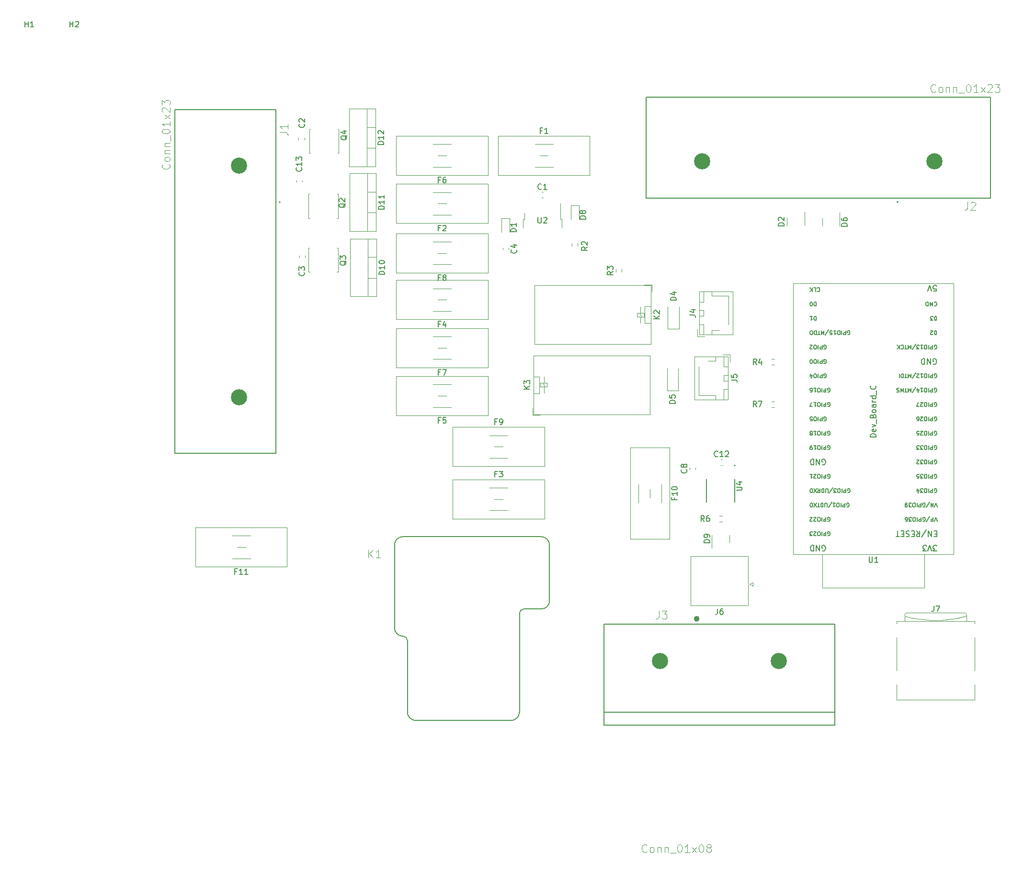
<source format=gbr>
%TF.GenerationSoftware,KiCad,Pcbnew,(6.0.1)*%
%TF.CreationDate,2022-11-29T11:39:49-05:00*%
%TF.ProjectId,rear-control-board,72656172-2d63-46f6-9e74-726f6c2d626f,rev?*%
%TF.SameCoordinates,Original*%
%TF.FileFunction,Legend,Top*%
%TF.FilePolarity,Positive*%
%FSLAX46Y46*%
G04 Gerber Fmt 4.6, Leading zero omitted, Abs format (unit mm)*
G04 Created by KiCad (PCBNEW (6.0.1)) date 2022-11-29 11:39:49*
%MOMM*%
%LPD*%
G01*
G04 APERTURE LIST*
%ADD10C,0.150000*%
%ADD11C,0.015000*%
%ADD12C,0.050000*%
%ADD13C,0.120000*%
%ADD14C,0.127000*%
%ADD15C,0.200000*%
%ADD16C,0.500000*%
%ADD17C,2.850000*%
G04 APERTURE END LIST*
D10*
%TO.C,U2*%
X117963095Y-79927380D02*
X117963095Y-80736904D01*
X118010714Y-80832142D01*
X118058333Y-80879761D01*
X118153571Y-80927380D01*
X118344047Y-80927380D01*
X118439285Y-80879761D01*
X118486904Y-80832142D01*
X118534523Y-80736904D01*
X118534523Y-79927380D01*
X118963095Y-80022619D02*
X119010714Y-79975000D01*
X119105952Y-79927380D01*
X119344047Y-79927380D01*
X119439285Y-79975000D01*
X119486904Y-80022619D01*
X119534523Y-80117857D01*
X119534523Y-80213095D01*
X119486904Y-80355952D01*
X118915476Y-80927380D01*
X119534523Y-80927380D01*
%TO.C,H2*%
X35188095Y-46252380D02*
X35188095Y-45252380D01*
X35188095Y-45728571D02*
X35759523Y-45728571D01*
X35759523Y-46252380D02*
X35759523Y-45252380D01*
X36188095Y-45347619D02*
X36235714Y-45300000D01*
X36330952Y-45252380D01*
X36569047Y-45252380D01*
X36664285Y-45300000D01*
X36711904Y-45347619D01*
X36759523Y-45442857D01*
X36759523Y-45538095D01*
X36711904Y-45680952D01*
X36140476Y-46252380D01*
X36759523Y-46252380D01*
%TO.C,D5*%
X142202380Y-112839210D02*
X141202380Y-112839210D01*
X141202380Y-112601115D01*
X141250000Y-112458257D01*
X141345238Y-112363019D01*
X141440476Y-112315400D01*
X141630952Y-112267781D01*
X141773809Y-112267781D01*
X141964285Y-112315400D01*
X142059523Y-112363019D01*
X142154761Y-112458257D01*
X142202380Y-112601115D01*
X142202380Y-112839210D01*
X141202380Y-111363019D02*
X141202380Y-111839210D01*
X141678571Y-111886829D01*
X141630952Y-111839210D01*
X141583333Y-111743972D01*
X141583333Y-111505876D01*
X141630952Y-111410638D01*
X141678571Y-111363019D01*
X141773809Y-111315400D01*
X142011904Y-111315400D01*
X142107142Y-111363019D01*
X142154761Y-111410638D01*
X142202380Y-111505876D01*
X142202380Y-111743972D01*
X142154761Y-111839210D01*
X142107142Y-111886829D01*
%TO.C,C2*%
X76607142Y-63416666D02*
X76654761Y-63464285D01*
X76702380Y-63607142D01*
X76702380Y-63702380D01*
X76654761Y-63845238D01*
X76559523Y-63940476D01*
X76464285Y-63988095D01*
X76273809Y-64035714D01*
X76130952Y-64035714D01*
X75940476Y-63988095D01*
X75845238Y-63940476D01*
X75750000Y-63845238D01*
X75702380Y-63702380D01*
X75702380Y-63607142D01*
X75750000Y-63464285D01*
X75797619Y-63416666D01*
X75797619Y-63035714D02*
X75750000Y-62988095D01*
X75702380Y-62892857D01*
X75702380Y-62654761D01*
X75750000Y-62559523D01*
X75797619Y-62511904D01*
X75892857Y-62464285D01*
X75988095Y-62464285D01*
X76130952Y-62511904D01*
X76702380Y-63083333D01*
X76702380Y-62464285D01*
%TO.C,F1*%
X118666666Y-64558571D02*
X118333333Y-64558571D01*
X118333333Y-65082380D02*
X118333333Y-64082380D01*
X118809523Y-64082380D01*
X119714285Y-65082380D02*
X119142857Y-65082380D01*
X119428571Y-65082380D02*
X119428571Y-64082380D01*
X119333333Y-64225238D01*
X119238095Y-64320476D01*
X119142857Y-64368095D01*
%TO.C,J7*%
X187916666Y-148634880D02*
X187916666Y-149349166D01*
X187869047Y-149492023D01*
X187773809Y-149587261D01*
X187630952Y-149634880D01*
X187535714Y-149634880D01*
X188297619Y-148634880D02*
X188964285Y-148634880D01*
X188535714Y-149634880D01*
%TO.C,F9*%
X110666666Y-116058571D02*
X110333333Y-116058571D01*
X110333333Y-116582380D02*
X110333333Y-115582380D01*
X110809523Y-115582380D01*
X111238095Y-116582380D02*
X111428571Y-116582380D01*
X111523809Y-116534761D01*
X111571428Y-116487142D01*
X111666666Y-116344285D01*
X111714285Y-116153809D01*
X111714285Y-115772857D01*
X111666666Y-115677619D01*
X111619047Y-115630000D01*
X111523809Y-115582380D01*
X111333333Y-115582380D01*
X111238095Y-115630000D01*
X111190476Y-115677619D01*
X111142857Y-115772857D01*
X111142857Y-116010952D01*
X111190476Y-116106190D01*
X111238095Y-116153809D01*
X111333333Y-116201428D01*
X111523809Y-116201428D01*
X111619047Y-116153809D01*
X111666666Y-116106190D01*
X111714285Y-116010952D01*
%TO.C,C12*%
X149744642Y-122177142D02*
X149697023Y-122224761D01*
X149554166Y-122272380D01*
X149458928Y-122272380D01*
X149316071Y-122224761D01*
X149220833Y-122129523D01*
X149173214Y-122034285D01*
X149125595Y-121843809D01*
X149125595Y-121700952D01*
X149173214Y-121510476D01*
X149220833Y-121415238D01*
X149316071Y-121320000D01*
X149458928Y-121272380D01*
X149554166Y-121272380D01*
X149697023Y-121320000D01*
X149744642Y-121367619D01*
X150697023Y-122272380D02*
X150125595Y-122272380D01*
X150411309Y-122272380D02*
X150411309Y-121272380D01*
X150316071Y-121415238D01*
X150220833Y-121510476D01*
X150125595Y-121558095D01*
X151077976Y-121367619D02*
X151125595Y-121320000D01*
X151220833Y-121272380D01*
X151458928Y-121272380D01*
X151554166Y-121320000D01*
X151601785Y-121367619D01*
X151649404Y-121462857D01*
X151649404Y-121558095D01*
X151601785Y-121700952D01*
X151030357Y-122272380D01*
X151649404Y-122272380D01*
%TO.C,U4*%
X153034380Y-128216904D02*
X153843904Y-128216904D01*
X153939142Y-128169285D01*
X153986761Y-128121666D01*
X154034380Y-128026428D01*
X154034380Y-127835952D01*
X153986761Y-127740714D01*
X153939142Y-127693095D01*
X153843904Y-127645476D01*
X153034380Y-127645476D01*
X153367714Y-126740714D02*
X154034380Y-126740714D01*
X152986761Y-126978809D02*
X153701047Y-127216904D01*
X153701047Y-126597857D01*
%TO.C,K2*%
X139452380Y-97899210D02*
X138452380Y-97899210D01*
X139452380Y-97327781D02*
X138880952Y-97756353D01*
X138452380Y-97327781D02*
X139023809Y-97899210D01*
X138547619Y-96946829D02*
X138500000Y-96899210D01*
X138452380Y-96803972D01*
X138452380Y-96565876D01*
X138500000Y-96470638D01*
X138547619Y-96423019D01*
X138642857Y-96375400D01*
X138738095Y-96375400D01*
X138880952Y-96423019D01*
X139452380Y-96994448D01*
X139452380Y-96375400D01*
%TO.C,J4*%
X144794880Y-97196948D02*
X145509166Y-97196948D01*
X145652023Y-97244567D01*
X145747261Y-97339805D01*
X145794880Y-97482662D01*
X145794880Y-97577900D01*
X145128214Y-96292186D02*
X145794880Y-96292186D01*
X144747261Y-96530281D02*
X145461547Y-96768376D01*
X145461547Y-96149329D01*
%TO.C,D11*%
X90777380Y-78464285D02*
X89777380Y-78464285D01*
X89777380Y-78226190D01*
X89825000Y-78083333D01*
X89920238Y-77988095D01*
X90015476Y-77940476D01*
X90205952Y-77892857D01*
X90348809Y-77892857D01*
X90539285Y-77940476D01*
X90634523Y-77988095D01*
X90729761Y-78083333D01*
X90777380Y-78226190D01*
X90777380Y-78464285D01*
X90777380Y-76940476D02*
X90777380Y-77511904D01*
X90777380Y-77226190D02*
X89777380Y-77226190D01*
X89920238Y-77321428D01*
X90015476Y-77416666D01*
X90063095Y-77511904D01*
X90777380Y-75988095D02*
X90777380Y-76559523D01*
X90777380Y-76273809D02*
X89777380Y-76273809D01*
X89920238Y-76369047D01*
X90015476Y-76464285D01*
X90063095Y-76559523D01*
%TO.C,H1*%
X27238095Y-46252380D02*
X27238095Y-45252380D01*
X27238095Y-45728571D02*
X27809523Y-45728571D01*
X27809523Y-46252380D02*
X27809523Y-45252380D01*
X28809523Y-46252380D02*
X28238095Y-46252380D01*
X28523809Y-46252380D02*
X28523809Y-45252380D01*
X28428571Y-45395238D01*
X28333333Y-45490476D01*
X28238095Y-45538095D01*
%TO.C,U1*%
X176488095Y-139955820D02*
X176488095Y-140765344D01*
X176535714Y-140860582D01*
X176583333Y-140908201D01*
X176678571Y-140955820D01*
X176869047Y-140955820D01*
X176964285Y-140908201D01*
X177011904Y-140860582D01*
X177059523Y-140765344D01*
X177059523Y-139955820D01*
X178059523Y-140955820D02*
X177488095Y-140955820D01*
X177773809Y-140955820D02*
X177773809Y-139955820D01*
X177678571Y-140098678D01*
X177583333Y-140193916D01*
X177488095Y-140241535D01*
X177702380Y-118773440D02*
X176702380Y-118773440D01*
X176702380Y-118535344D01*
X176750000Y-118392487D01*
X176845238Y-118297249D01*
X176940476Y-118249630D01*
X177130952Y-118202011D01*
X177273809Y-118202011D01*
X177464285Y-118249630D01*
X177559523Y-118297249D01*
X177654761Y-118392487D01*
X177702380Y-118535344D01*
X177702380Y-118773440D01*
X177654761Y-117392487D02*
X177702380Y-117487725D01*
X177702380Y-117678201D01*
X177654761Y-117773440D01*
X177559523Y-117821059D01*
X177178571Y-117821059D01*
X177083333Y-117773440D01*
X177035714Y-117678201D01*
X177035714Y-117487725D01*
X177083333Y-117392487D01*
X177178571Y-117344868D01*
X177273809Y-117344868D01*
X177369047Y-117821059D01*
X177035714Y-117011535D02*
X177702380Y-116773440D01*
X177035714Y-116535344D01*
X177797619Y-116392487D02*
X177797619Y-115630582D01*
X177178571Y-115059154D02*
X177226190Y-114916297D01*
X177273809Y-114868678D01*
X177369047Y-114821059D01*
X177511904Y-114821059D01*
X177607142Y-114868678D01*
X177654761Y-114916297D01*
X177702380Y-115011535D01*
X177702380Y-115392487D01*
X176702380Y-115392487D01*
X176702380Y-115059154D01*
X176750000Y-114963916D01*
X176797619Y-114916297D01*
X176892857Y-114868678D01*
X176988095Y-114868678D01*
X177083333Y-114916297D01*
X177130952Y-114963916D01*
X177178571Y-115059154D01*
X177178571Y-115392487D01*
X177702380Y-114249630D02*
X177654761Y-114344868D01*
X177607142Y-114392487D01*
X177511904Y-114440106D01*
X177226190Y-114440106D01*
X177130952Y-114392487D01*
X177083333Y-114344868D01*
X177035714Y-114249630D01*
X177035714Y-114106773D01*
X177083333Y-114011535D01*
X177130952Y-113963916D01*
X177226190Y-113916297D01*
X177511904Y-113916297D01*
X177607142Y-113963916D01*
X177654761Y-114011535D01*
X177702380Y-114106773D01*
X177702380Y-114249630D01*
X177702380Y-113059154D02*
X177178571Y-113059154D01*
X177083333Y-113106773D01*
X177035714Y-113202011D01*
X177035714Y-113392487D01*
X177083333Y-113487725D01*
X177654761Y-113059154D02*
X177702380Y-113154392D01*
X177702380Y-113392487D01*
X177654761Y-113487725D01*
X177559523Y-113535344D01*
X177464285Y-113535344D01*
X177369047Y-113487725D01*
X177321428Y-113392487D01*
X177321428Y-113154392D01*
X177273809Y-113059154D01*
X177702380Y-112582963D02*
X177035714Y-112582963D01*
X177226190Y-112582963D02*
X177130952Y-112535344D01*
X177083333Y-112487725D01*
X177035714Y-112392487D01*
X177035714Y-112297249D01*
X177702380Y-111535344D02*
X176702380Y-111535344D01*
X177654761Y-111535344D02*
X177702380Y-111630582D01*
X177702380Y-111821059D01*
X177654761Y-111916297D01*
X177607142Y-111963916D01*
X177511904Y-112011535D01*
X177226190Y-112011535D01*
X177130952Y-111963916D01*
X177083333Y-111916297D01*
X177035714Y-111821059D01*
X177035714Y-111630582D01*
X177083333Y-111535344D01*
X177797619Y-111297249D02*
X177797619Y-110535344D01*
X177607142Y-109725820D02*
X177654761Y-109773440D01*
X177702380Y-109916297D01*
X177702380Y-110011535D01*
X177654761Y-110154392D01*
X177559523Y-110249630D01*
X177464285Y-110297249D01*
X177273809Y-110344868D01*
X177130952Y-110344868D01*
X176940476Y-110297249D01*
X176845238Y-110249630D01*
X176750000Y-110154392D01*
X176702380Y-110011535D01*
X176702380Y-109916297D01*
X176750000Y-109773440D01*
X176797619Y-109725820D01*
X168517500Y-105733440D02*
X168584166Y-105766773D01*
X168684166Y-105766773D01*
X168784166Y-105733440D01*
X168850833Y-105666773D01*
X168884166Y-105600106D01*
X168917500Y-105466773D01*
X168917500Y-105366773D01*
X168884166Y-105233440D01*
X168850833Y-105166773D01*
X168784166Y-105100106D01*
X168684166Y-105066773D01*
X168617500Y-105066773D01*
X168517500Y-105100106D01*
X168484166Y-105133440D01*
X168484166Y-105366773D01*
X168617500Y-105366773D01*
X168184166Y-105066773D02*
X168184166Y-105766773D01*
X167917500Y-105766773D01*
X167850833Y-105733440D01*
X167817500Y-105700106D01*
X167784166Y-105633440D01*
X167784166Y-105533440D01*
X167817500Y-105466773D01*
X167850833Y-105433440D01*
X167917500Y-105400106D01*
X168184166Y-105400106D01*
X167484166Y-105066773D02*
X167484166Y-105766773D01*
X167017500Y-105766773D02*
X166884166Y-105766773D01*
X166817500Y-105733440D01*
X166750833Y-105666773D01*
X166717500Y-105533440D01*
X166717500Y-105300106D01*
X166750833Y-105166773D01*
X166817500Y-105100106D01*
X166884166Y-105066773D01*
X167017500Y-105066773D01*
X167084166Y-105100106D01*
X167150833Y-105166773D01*
X167184166Y-105300106D01*
X167184166Y-105533440D01*
X167150833Y-105666773D01*
X167084166Y-105733440D01*
X167017500Y-105766773D01*
X166284166Y-105766773D02*
X166217500Y-105766773D01*
X166150833Y-105733440D01*
X166117500Y-105700106D01*
X166084166Y-105633440D01*
X166050833Y-105500106D01*
X166050833Y-105333440D01*
X166084166Y-105200106D01*
X166117500Y-105133440D01*
X166150833Y-105100106D01*
X166217500Y-105066773D01*
X166284166Y-105066773D01*
X166350833Y-105100106D01*
X166384166Y-105133440D01*
X166417500Y-105200106D01*
X166450833Y-105333440D01*
X166450833Y-105500106D01*
X166417500Y-105633440D01*
X166384166Y-105700106D01*
X166350833Y-105733440D01*
X166284166Y-105766773D01*
X172717500Y-128593440D02*
X172784166Y-128626773D01*
X172884166Y-128626773D01*
X172984166Y-128593440D01*
X173050833Y-128526773D01*
X173084166Y-128460106D01*
X173117500Y-128326773D01*
X173117500Y-128226773D01*
X173084166Y-128093440D01*
X173050833Y-128026773D01*
X172984166Y-127960106D01*
X172884166Y-127926773D01*
X172817500Y-127926773D01*
X172717500Y-127960106D01*
X172684166Y-127993440D01*
X172684166Y-128226773D01*
X172817500Y-128226773D01*
X172384166Y-127926773D02*
X172384166Y-128626773D01*
X172117500Y-128626773D01*
X172050833Y-128593440D01*
X172017500Y-128560106D01*
X171984166Y-128493440D01*
X171984166Y-128393440D01*
X172017500Y-128326773D01*
X172050833Y-128293440D01*
X172117500Y-128260106D01*
X172384166Y-128260106D01*
X171684166Y-127926773D02*
X171684166Y-128626773D01*
X171217500Y-128626773D02*
X171084166Y-128626773D01*
X171017500Y-128593440D01*
X170950833Y-128526773D01*
X170917500Y-128393440D01*
X170917500Y-128160106D01*
X170950833Y-128026773D01*
X171017500Y-127960106D01*
X171084166Y-127926773D01*
X171217500Y-127926773D01*
X171284166Y-127960106D01*
X171350833Y-128026773D01*
X171384166Y-128160106D01*
X171384166Y-128393440D01*
X171350833Y-128526773D01*
X171284166Y-128593440D01*
X171217500Y-128626773D01*
X170684166Y-128626773D02*
X170250833Y-128626773D01*
X170484166Y-128360106D01*
X170384166Y-128360106D01*
X170317500Y-128326773D01*
X170284166Y-128293440D01*
X170250833Y-128226773D01*
X170250833Y-128060106D01*
X170284166Y-127993440D01*
X170317500Y-127960106D01*
X170384166Y-127926773D01*
X170584166Y-127926773D01*
X170650833Y-127960106D01*
X170684166Y-127993440D01*
X169450833Y-128660106D02*
X170050833Y-127760106D01*
X169217500Y-128626773D02*
X169217500Y-128060106D01*
X169184166Y-127993440D01*
X169150833Y-127960106D01*
X169084166Y-127926773D01*
X168950833Y-127926773D01*
X168884166Y-127960106D01*
X168850833Y-127993440D01*
X168817500Y-128060106D01*
X168817500Y-128626773D01*
X168350833Y-128626773D02*
X168284166Y-128626773D01*
X168217500Y-128593440D01*
X168184166Y-128560106D01*
X168150833Y-128493440D01*
X168117500Y-128360106D01*
X168117500Y-128193440D01*
X168150833Y-128060106D01*
X168184166Y-127993440D01*
X168217500Y-127960106D01*
X168284166Y-127926773D01*
X168350833Y-127926773D01*
X168417500Y-127960106D01*
X168450833Y-127993440D01*
X168484166Y-128060106D01*
X168517500Y-128193440D01*
X168517500Y-128360106D01*
X168484166Y-128493440D01*
X168450833Y-128560106D01*
X168417500Y-128593440D01*
X168350833Y-128626773D01*
X167417500Y-127926773D02*
X167650833Y-128260106D01*
X167817500Y-127926773D02*
X167817500Y-128626773D01*
X167550833Y-128626773D01*
X167484166Y-128593440D01*
X167450833Y-128560106D01*
X167417500Y-128493440D01*
X167417500Y-128393440D01*
X167450833Y-128326773D01*
X167484166Y-128293440D01*
X167550833Y-128260106D01*
X167817500Y-128260106D01*
X167184166Y-128626773D02*
X166717500Y-127926773D01*
X166717500Y-128626773D02*
X167184166Y-127926773D01*
X166450833Y-127926773D02*
X166450833Y-128626773D01*
X166284166Y-128626773D01*
X166184166Y-128593440D01*
X166117500Y-128526773D01*
X166084166Y-128460106D01*
X166050833Y-128326773D01*
X166050833Y-128226773D01*
X166084166Y-128093440D01*
X166117500Y-128026773D01*
X166184166Y-127960106D01*
X166284166Y-127926773D01*
X166450833Y-127926773D01*
X169184166Y-110813440D02*
X169250833Y-110846773D01*
X169350833Y-110846773D01*
X169450833Y-110813440D01*
X169517500Y-110746773D01*
X169550833Y-110680106D01*
X169584166Y-110546773D01*
X169584166Y-110446773D01*
X169550833Y-110313440D01*
X169517500Y-110246773D01*
X169450833Y-110180106D01*
X169350833Y-110146773D01*
X169284166Y-110146773D01*
X169184166Y-110180106D01*
X169150833Y-110213440D01*
X169150833Y-110446773D01*
X169284166Y-110446773D01*
X168850833Y-110146773D02*
X168850833Y-110846773D01*
X168584166Y-110846773D01*
X168517500Y-110813440D01*
X168484166Y-110780106D01*
X168450833Y-110713440D01*
X168450833Y-110613440D01*
X168484166Y-110546773D01*
X168517500Y-110513440D01*
X168584166Y-110480106D01*
X168850833Y-110480106D01*
X168150833Y-110146773D02*
X168150833Y-110846773D01*
X167684166Y-110846773D02*
X167550833Y-110846773D01*
X167484166Y-110813440D01*
X167417500Y-110746773D01*
X167384166Y-110613440D01*
X167384166Y-110380106D01*
X167417500Y-110246773D01*
X167484166Y-110180106D01*
X167550833Y-110146773D01*
X167684166Y-110146773D01*
X167750833Y-110180106D01*
X167817500Y-110246773D01*
X167850833Y-110380106D01*
X167850833Y-110613440D01*
X167817500Y-110746773D01*
X167750833Y-110813440D01*
X167684166Y-110846773D01*
X166717500Y-110146773D02*
X167117500Y-110146773D01*
X166917500Y-110146773D02*
X166917500Y-110846773D01*
X166984166Y-110746773D01*
X167050833Y-110680106D01*
X167117500Y-110646773D01*
X166117500Y-110846773D02*
X166250833Y-110846773D01*
X166317500Y-110813440D01*
X166350833Y-110780106D01*
X166417500Y-110680106D01*
X166450833Y-110546773D01*
X166450833Y-110280106D01*
X166417500Y-110213440D01*
X166384166Y-110180106D01*
X166317500Y-110146773D01*
X166184166Y-110146773D01*
X166117500Y-110180106D01*
X166084166Y-110213440D01*
X166050833Y-110280106D01*
X166050833Y-110446773D01*
X166084166Y-110513440D01*
X166117500Y-110546773D01*
X166184166Y-110580106D01*
X166317500Y-110580106D01*
X166384166Y-110546773D01*
X166417500Y-110513440D01*
X166450833Y-110446773D01*
X168203214Y-123663440D02*
X168298452Y-123711059D01*
X168441309Y-123711059D01*
X168584166Y-123663440D01*
X168679404Y-123568201D01*
X168727023Y-123472963D01*
X168774642Y-123282487D01*
X168774642Y-123139630D01*
X168727023Y-122949154D01*
X168679404Y-122853916D01*
X168584166Y-122758678D01*
X168441309Y-122711059D01*
X168346071Y-122711059D01*
X168203214Y-122758678D01*
X168155595Y-122806297D01*
X168155595Y-123139630D01*
X168346071Y-123139630D01*
X167727023Y-122711059D02*
X167727023Y-123711059D01*
X167155595Y-122711059D01*
X167155595Y-123711059D01*
X166679404Y-122711059D02*
X166679404Y-123711059D01*
X166441309Y-123711059D01*
X166298452Y-123663440D01*
X166203214Y-123568201D01*
X166155595Y-123472963D01*
X166107976Y-123282487D01*
X166107976Y-123139630D01*
X166155595Y-122949154D01*
X166203214Y-122853916D01*
X166298452Y-122758678D01*
X166441309Y-122711059D01*
X166679404Y-122711059D01*
X188049166Y-126053440D02*
X188115833Y-126086773D01*
X188215833Y-126086773D01*
X188315833Y-126053440D01*
X188382500Y-125986773D01*
X188415833Y-125920106D01*
X188449166Y-125786773D01*
X188449166Y-125686773D01*
X188415833Y-125553440D01*
X188382500Y-125486773D01*
X188315833Y-125420106D01*
X188215833Y-125386773D01*
X188149166Y-125386773D01*
X188049166Y-125420106D01*
X188015833Y-125453440D01*
X188015833Y-125686773D01*
X188149166Y-125686773D01*
X187715833Y-125386773D02*
X187715833Y-126086773D01*
X187449166Y-126086773D01*
X187382500Y-126053440D01*
X187349166Y-126020106D01*
X187315833Y-125953440D01*
X187315833Y-125853440D01*
X187349166Y-125786773D01*
X187382500Y-125753440D01*
X187449166Y-125720106D01*
X187715833Y-125720106D01*
X187015833Y-125386773D02*
X187015833Y-126086773D01*
X186549166Y-126086773D02*
X186415833Y-126086773D01*
X186349166Y-126053440D01*
X186282500Y-125986773D01*
X186249166Y-125853440D01*
X186249166Y-125620106D01*
X186282500Y-125486773D01*
X186349166Y-125420106D01*
X186415833Y-125386773D01*
X186549166Y-125386773D01*
X186615833Y-125420106D01*
X186682500Y-125486773D01*
X186715833Y-125620106D01*
X186715833Y-125853440D01*
X186682500Y-125986773D01*
X186615833Y-126053440D01*
X186549166Y-126086773D01*
X186015833Y-126086773D02*
X185582500Y-126086773D01*
X185815833Y-125820106D01*
X185715833Y-125820106D01*
X185649166Y-125786773D01*
X185615833Y-125753440D01*
X185582500Y-125686773D01*
X185582500Y-125520106D01*
X185615833Y-125453440D01*
X185649166Y-125420106D01*
X185715833Y-125386773D01*
X185915833Y-125386773D01*
X185982500Y-125420106D01*
X186015833Y-125453440D01*
X184949166Y-126086773D02*
X185282500Y-126086773D01*
X185315833Y-125753440D01*
X185282500Y-125786773D01*
X185215833Y-125820106D01*
X185049166Y-125820106D01*
X184982500Y-125786773D01*
X184949166Y-125753440D01*
X184915833Y-125686773D01*
X184915833Y-125520106D01*
X184949166Y-125453440D01*
X184982500Y-125420106D01*
X185049166Y-125386773D01*
X185215833Y-125386773D01*
X185282500Y-125420106D01*
X185315833Y-125453440D01*
X188049166Y-110813440D02*
X188115833Y-110846773D01*
X188215833Y-110846773D01*
X188315833Y-110813440D01*
X188382500Y-110746773D01*
X188415833Y-110680106D01*
X188449166Y-110546773D01*
X188449166Y-110446773D01*
X188415833Y-110313440D01*
X188382500Y-110246773D01*
X188315833Y-110180106D01*
X188215833Y-110146773D01*
X188149166Y-110146773D01*
X188049166Y-110180106D01*
X188015833Y-110213440D01*
X188015833Y-110446773D01*
X188149166Y-110446773D01*
X187715833Y-110146773D02*
X187715833Y-110846773D01*
X187449166Y-110846773D01*
X187382500Y-110813440D01*
X187349166Y-110780106D01*
X187315833Y-110713440D01*
X187315833Y-110613440D01*
X187349166Y-110546773D01*
X187382500Y-110513440D01*
X187449166Y-110480106D01*
X187715833Y-110480106D01*
X187015833Y-110146773D02*
X187015833Y-110846773D01*
X186549166Y-110846773D02*
X186415833Y-110846773D01*
X186349166Y-110813440D01*
X186282500Y-110746773D01*
X186249166Y-110613440D01*
X186249166Y-110380106D01*
X186282500Y-110246773D01*
X186349166Y-110180106D01*
X186415833Y-110146773D01*
X186549166Y-110146773D01*
X186615833Y-110180106D01*
X186682500Y-110246773D01*
X186715833Y-110380106D01*
X186715833Y-110613440D01*
X186682500Y-110746773D01*
X186615833Y-110813440D01*
X186549166Y-110846773D01*
X185582500Y-110146773D02*
X185982500Y-110146773D01*
X185782500Y-110146773D02*
X185782500Y-110846773D01*
X185849166Y-110746773D01*
X185915833Y-110680106D01*
X185982500Y-110646773D01*
X184982500Y-110613440D02*
X184982500Y-110146773D01*
X185149166Y-110880106D02*
X185315833Y-110380106D01*
X184882500Y-110380106D01*
X184115833Y-110880106D02*
X184715833Y-109980106D01*
X183882500Y-110146773D02*
X183882500Y-110846773D01*
X183649166Y-110346773D01*
X183415833Y-110846773D01*
X183415833Y-110146773D01*
X183182500Y-110846773D02*
X182782500Y-110846773D01*
X182982500Y-110146773D02*
X182982500Y-110846773D01*
X182549166Y-110146773D02*
X182549166Y-110846773D01*
X182315833Y-110346773D01*
X182082500Y-110846773D01*
X182082500Y-110146773D01*
X181782500Y-110180106D02*
X181682500Y-110146773D01*
X181515833Y-110146773D01*
X181449166Y-110180106D01*
X181415833Y-110213440D01*
X181382500Y-110280106D01*
X181382500Y-110346773D01*
X181415833Y-110413440D01*
X181449166Y-110446773D01*
X181515833Y-110480106D01*
X181649166Y-110513440D01*
X181715833Y-110546773D01*
X181749166Y-110580106D01*
X181782500Y-110646773D01*
X181782500Y-110713440D01*
X181749166Y-110780106D01*
X181715833Y-110813440D01*
X181649166Y-110846773D01*
X181482500Y-110846773D01*
X181382500Y-110813440D01*
X169184166Y-133673440D02*
X169250833Y-133706773D01*
X169350833Y-133706773D01*
X169450833Y-133673440D01*
X169517500Y-133606773D01*
X169550833Y-133540106D01*
X169584166Y-133406773D01*
X169584166Y-133306773D01*
X169550833Y-133173440D01*
X169517500Y-133106773D01*
X169450833Y-133040106D01*
X169350833Y-133006773D01*
X169284166Y-133006773D01*
X169184166Y-133040106D01*
X169150833Y-133073440D01*
X169150833Y-133306773D01*
X169284166Y-133306773D01*
X168850833Y-133006773D02*
X168850833Y-133706773D01*
X168584166Y-133706773D01*
X168517500Y-133673440D01*
X168484166Y-133640106D01*
X168450833Y-133573440D01*
X168450833Y-133473440D01*
X168484166Y-133406773D01*
X168517500Y-133373440D01*
X168584166Y-133340106D01*
X168850833Y-133340106D01*
X168150833Y-133006773D02*
X168150833Y-133706773D01*
X167684166Y-133706773D02*
X167550833Y-133706773D01*
X167484166Y-133673440D01*
X167417500Y-133606773D01*
X167384166Y-133473440D01*
X167384166Y-133240106D01*
X167417500Y-133106773D01*
X167484166Y-133040106D01*
X167550833Y-133006773D01*
X167684166Y-133006773D01*
X167750833Y-133040106D01*
X167817500Y-133106773D01*
X167850833Y-133240106D01*
X167850833Y-133473440D01*
X167817500Y-133606773D01*
X167750833Y-133673440D01*
X167684166Y-133706773D01*
X167117500Y-133640106D02*
X167084166Y-133673440D01*
X167017500Y-133706773D01*
X166850833Y-133706773D01*
X166784166Y-133673440D01*
X166750833Y-133640106D01*
X166717500Y-133573440D01*
X166717500Y-133506773D01*
X166750833Y-133406773D01*
X167150833Y-133006773D01*
X166717500Y-133006773D01*
X166450833Y-133640106D02*
X166417500Y-133673440D01*
X166350833Y-133706773D01*
X166184166Y-133706773D01*
X166117500Y-133673440D01*
X166084166Y-133640106D01*
X166050833Y-133573440D01*
X166050833Y-133506773D01*
X166084166Y-133406773D01*
X166484166Y-133006773D01*
X166050833Y-133006773D01*
X188049166Y-108273440D02*
X188115833Y-108306773D01*
X188215833Y-108306773D01*
X188315833Y-108273440D01*
X188382500Y-108206773D01*
X188415833Y-108140106D01*
X188449166Y-108006773D01*
X188449166Y-107906773D01*
X188415833Y-107773440D01*
X188382500Y-107706773D01*
X188315833Y-107640106D01*
X188215833Y-107606773D01*
X188149166Y-107606773D01*
X188049166Y-107640106D01*
X188015833Y-107673440D01*
X188015833Y-107906773D01*
X188149166Y-107906773D01*
X187715833Y-107606773D02*
X187715833Y-108306773D01*
X187449166Y-108306773D01*
X187382500Y-108273440D01*
X187349166Y-108240106D01*
X187315833Y-108173440D01*
X187315833Y-108073440D01*
X187349166Y-108006773D01*
X187382500Y-107973440D01*
X187449166Y-107940106D01*
X187715833Y-107940106D01*
X187015833Y-107606773D02*
X187015833Y-108306773D01*
X186549166Y-108306773D02*
X186415833Y-108306773D01*
X186349166Y-108273440D01*
X186282500Y-108206773D01*
X186249166Y-108073440D01*
X186249166Y-107840106D01*
X186282500Y-107706773D01*
X186349166Y-107640106D01*
X186415833Y-107606773D01*
X186549166Y-107606773D01*
X186615833Y-107640106D01*
X186682500Y-107706773D01*
X186715833Y-107840106D01*
X186715833Y-108073440D01*
X186682500Y-108206773D01*
X186615833Y-108273440D01*
X186549166Y-108306773D01*
X185582500Y-107606773D02*
X185982500Y-107606773D01*
X185782500Y-107606773D02*
X185782500Y-108306773D01*
X185849166Y-108206773D01*
X185915833Y-108140106D01*
X185982500Y-108106773D01*
X185315833Y-108240106D02*
X185282500Y-108273440D01*
X185215833Y-108306773D01*
X185049166Y-108306773D01*
X184982500Y-108273440D01*
X184949166Y-108240106D01*
X184915833Y-108173440D01*
X184915833Y-108106773D01*
X184949166Y-108006773D01*
X185349166Y-107606773D01*
X184915833Y-107606773D01*
X184115833Y-108340106D02*
X184715833Y-107440106D01*
X183882500Y-107606773D02*
X183882500Y-108306773D01*
X183649166Y-107806773D01*
X183415833Y-108306773D01*
X183415833Y-107606773D01*
X183182500Y-108306773D02*
X182782500Y-108306773D01*
X182982500Y-107606773D02*
X182982500Y-108306773D01*
X182549166Y-107606773D02*
X182549166Y-108306773D01*
X182382500Y-108306773D01*
X182282500Y-108273440D01*
X182215833Y-108206773D01*
X182182500Y-108140106D01*
X182149166Y-108006773D01*
X182149166Y-107906773D01*
X182182500Y-107773440D01*
X182215833Y-107706773D01*
X182282500Y-107640106D01*
X182382500Y-107606773D01*
X182549166Y-107606773D01*
X181849166Y-107606773D02*
X181849166Y-108306773D01*
X168517500Y-115893440D02*
X168584166Y-115926773D01*
X168684166Y-115926773D01*
X168784166Y-115893440D01*
X168850833Y-115826773D01*
X168884166Y-115760106D01*
X168917500Y-115626773D01*
X168917500Y-115526773D01*
X168884166Y-115393440D01*
X168850833Y-115326773D01*
X168784166Y-115260106D01*
X168684166Y-115226773D01*
X168617500Y-115226773D01*
X168517500Y-115260106D01*
X168484166Y-115293440D01*
X168484166Y-115526773D01*
X168617500Y-115526773D01*
X168184166Y-115226773D02*
X168184166Y-115926773D01*
X167917500Y-115926773D01*
X167850833Y-115893440D01*
X167817500Y-115860106D01*
X167784166Y-115793440D01*
X167784166Y-115693440D01*
X167817500Y-115626773D01*
X167850833Y-115593440D01*
X167917500Y-115560106D01*
X168184166Y-115560106D01*
X167484166Y-115226773D02*
X167484166Y-115926773D01*
X167017500Y-115926773D02*
X166884166Y-115926773D01*
X166817500Y-115893440D01*
X166750833Y-115826773D01*
X166717500Y-115693440D01*
X166717500Y-115460106D01*
X166750833Y-115326773D01*
X166817500Y-115260106D01*
X166884166Y-115226773D01*
X167017500Y-115226773D01*
X167084166Y-115260106D01*
X167150833Y-115326773D01*
X167184166Y-115460106D01*
X167184166Y-115693440D01*
X167150833Y-115826773D01*
X167084166Y-115893440D01*
X167017500Y-115926773D01*
X166084166Y-115926773D02*
X166417500Y-115926773D01*
X166450833Y-115593440D01*
X166417500Y-115626773D01*
X166350833Y-115660106D01*
X166184166Y-115660106D01*
X166117500Y-115626773D01*
X166084166Y-115593440D01*
X166050833Y-115526773D01*
X166050833Y-115360106D01*
X166084166Y-115293440D01*
X166117500Y-115260106D01*
X166184166Y-115226773D01*
X166350833Y-115226773D01*
X166417500Y-115260106D01*
X166450833Y-115293440D01*
X188446894Y-135937588D02*
X188113560Y-135937588D01*
X187970703Y-135413779D02*
X188446894Y-135413779D01*
X188446894Y-136413779D01*
X187970703Y-136413779D01*
X187542132Y-135413779D02*
X187542132Y-136413779D01*
X186970703Y-135413779D01*
X186970703Y-136413779D01*
X185780227Y-136461398D02*
X186637370Y-135175683D01*
X184875465Y-135413779D02*
X185208799Y-135889969D01*
X185446894Y-135413779D02*
X185446894Y-136413779D01*
X185065941Y-136413779D01*
X184970703Y-136366160D01*
X184923084Y-136318540D01*
X184875465Y-136223302D01*
X184875465Y-136080445D01*
X184923084Y-135985207D01*
X184970703Y-135937588D01*
X185065941Y-135889969D01*
X185446894Y-135889969D01*
X184446894Y-135937588D02*
X184113560Y-135937588D01*
X183970703Y-135413779D02*
X184446894Y-135413779D01*
X184446894Y-136413779D01*
X183970703Y-136413779D01*
X183589751Y-135461398D02*
X183446894Y-135413779D01*
X183208799Y-135413779D01*
X183113560Y-135461398D01*
X183065941Y-135509017D01*
X183018322Y-135604255D01*
X183018322Y-135699493D01*
X183065941Y-135794731D01*
X183113560Y-135842350D01*
X183208799Y-135889969D01*
X183399275Y-135937588D01*
X183494513Y-135985207D01*
X183542132Y-136032826D01*
X183589751Y-136128064D01*
X183589751Y-136223302D01*
X183542132Y-136318540D01*
X183494513Y-136366160D01*
X183399275Y-136413779D01*
X183161180Y-136413779D01*
X183018322Y-136366160D01*
X182589751Y-135937588D02*
X182256418Y-135937588D01*
X182113560Y-135413779D02*
X182589751Y-135413779D01*
X182589751Y-136413779D01*
X182113560Y-136413779D01*
X181827846Y-136413779D02*
X181256418Y-136413779D01*
X181542132Y-135413779D02*
X181542132Y-136413779D01*
X172684166Y-100653440D02*
X172750833Y-100686773D01*
X172850833Y-100686773D01*
X172950833Y-100653440D01*
X173017500Y-100586773D01*
X173050833Y-100520106D01*
X173084166Y-100386773D01*
X173084166Y-100286773D01*
X173050833Y-100153440D01*
X173017500Y-100086773D01*
X172950833Y-100020106D01*
X172850833Y-99986773D01*
X172784166Y-99986773D01*
X172684166Y-100020106D01*
X172650833Y-100053440D01*
X172650833Y-100286773D01*
X172784166Y-100286773D01*
X172350833Y-99986773D02*
X172350833Y-100686773D01*
X172084166Y-100686773D01*
X172017500Y-100653440D01*
X171984166Y-100620106D01*
X171950833Y-100553440D01*
X171950833Y-100453440D01*
X171984166Y-100386773D01*
X172017500Y-100353440D01*
X172084166Y-100320106D01*
X172350833Y-100320106D01*
X171650833Y-99986773D02*
X171650833Y-100686773D01*
X171184166Y-100686773D02*
X171050833Y-100686773D01*
X170984166Y-100653440D01*
X170917500Y-100586773D01*
X170884166Y-100453440D01*
X170884166Y-100220106D01*
X170917500Y-100086773D01*
X170984166Y-100020106D01*
X171050833Y-99986773D01*
X171184166Y-99986773D01*
X171250833Y-100020106D01*
X171317500Y-100086773D01*
X171350833Y-100220106D01*
X171350833Y-100453440D01*
X171317500Y-100586773D01*
X171250833Y-100653440D01*
X171184166Y-100686773D01*
X170217500Y-99986773D02*
X170617500Y-99986773D01*
X170417500Y-99986773D02*
X170417500Y-100686773D01*
X170484166Y-100586773D01*
X170550833Y-100520106D01*
X170617500Y-100486773D01*
X169584166Y-100686773D02*
X169917500Y-100686773D01*
X169950833Y-100353440D01*
X169917500Y-100386773D01*
X169850833Y-100420106D01*
X169684166Y-100420106D01*
X169617500Y-100386773D01*
X169584166Y-100353440D01*
X169550833Y-100286773D01*
X169550833Y-100120106D01*
X169584166Y-100053440D01*
X169617500Y-100020106D01*
X169684166Y-99986773D01*
X169850833Y-99986773D01*
X169917500Y-100020106D01*
X169950833Y-100053440D01*
X168750833Y-100720106D02*
X169350833Y-99820106D01*
X168517500Y-99986773D02*
X168517500Y-100686773D01*
X168284166Y-100186773D01*
X168050833Y-100686773D01*
X168050833Y-99986773D01*
X167817500Y-100686773D02*
X167417500Y-100686773D01*
X167617500Y-99986773D02*
X167617500Y-100686773D01*
X167184166Y-99986773D02*
X167184166Y-100686773D01*
X167017500Y-100686773D01*
X166917500Y-100653440D01*
X166850833Y-100586773D01*
X166817500Y-100520106D01*
X166784166Y-100386773D01*
X166784166Y-100286773D01*
X166817500Y-100153440D01*
X166850833Y-100086773D01*
X166917500Y-100020106D01*
X167017500Y-99986773D01*
X167184166Y-99986773D01*
X166350833Y-100686773D02*
X166217500Y-100686773D01*
X166150833Y-100653440D01*
X166084166Y-100586773D01*
X166050833Y-100453440D01*
X166050833Y-100220106D01*
X166084166Y-100086773D01*
X166150833Y-100020106D01*
X166217500Y-99986773D01*
X166350833Y-99986773D01*
X166417500Y-100020106D01*
X166484166Y-100086773D01*
X166517500Y-100220106D01*
X166517500Y-100453440D01*
X166484166Y-100586773D01*
X166417500Y-100653440D01*
X166350833Y-100686773D01*
X188049166Y-115893440D02*
X188115833Y-115926773D01*
X188215833Y-115926773D01*
X188315833Y-115893440D01*
X188382500Y-115826773D01*
X188415833Y-115760106D01*
X188449166Y-115626773D01*
X188449166Y-115526773D01*
X188415833Y-115393440D01*
X188382500Y-115326773D01*
X188315833Y-115260106D01*
X188215833Y-115226773D01*
X188149166Y-115226773D01*
X188049166Y-115260106D01*
X188015833Y-115293440D01*
X188015833Y-115526773D01*
X188149166Y-115526773D01*
X187715833Y-115226773D02*
X187715833Y-115926773D01*
X187449166Y-115926773D01*
X187382500Y-115893440D01*
X187349166Y-115860106D01*
X187315833Y-115793440D01*
X187315833Y-115693440D01*
X187349166Y-115626773D01*
X187382500Y-115593440D01*
X187449166Y-115560106D01*
X187715833Y-115560106D01*
X187015833Y-115226773D02*
X187015833Y-115926773D01*
X186549166Y-115926773D02*
X186415833Y-115926773D01*
X186349166Y-115893440D01*
X186282500Y-115826773D01*
X186249166Y-115693440D01*
X186249166Y-115460106D01*
X186282500Y-115326773D01*
X186349166Y-115260106D01*
X186415833Y-115226773D01*
X186549166Y-115226773D01*
X186615833Y-115260106D01*
X186682500Y-115326773D01*
X186715833Y-115460106D01*
X186715833Y-115693440D01*
X186682500Y-115826773D01*
X186615833Y-115893440D01*
X186549166Y-115926773D01*
X185982500Y-115860106D02*
X185949166Y-115893440D01*
X185882500Y-115926773D01*
X185715833Y-115926773D01*
X185649166Y-115893440D01*
X185615833Y-115860106D01*
X185582500Y-115793440D01*
X185582500Y-115726773D01*
X185615833Y-115626773D01*
X186015833Y-115226773D01*
X185582500Y-115226773D01*
X184982500Y-115926773D02*
X185115833Y-115926773D01*
X185182500Y-115893440D01*
X185215833Y-115860106D01*
X185282500Y-115760106D01*
X185315833Y-115626773D01*
X185315833Y-115360106D01*
X185282500Y-115293440D01*
X185249166Y-115260106D01*
X185182500Y-115226773D01*
X185049166Y-115226773D01*
X184982500Y-115260106D01*
X184949166Y-115293440D01*
X184915833Y-115360106D01*
X184915833Y-115526773D01*
X184949166Y-115593440D01*
X184982500Y-115626773D01*
X185049166Y-115660106D01*
X185182500Y-115660106D01*
X185249166Y-115626773D01*
X185282500Y-115593440D01*
X185315833Y-115526773D01*
X168517500Y-103193440D02*
X168584166Y-103226773D01*
X168684166Y-103226773D01*
X168784166Y-103193440D01*
X168850833Y-103126773D01*
X168884166Y-103060106D01*
X168917500Y-102926773D01*
X168917500Y-102826773D01*
X168884166Y-102693440D01*
X168850833Y-102626773D01*
X168784166Y-102560106D01*
X168684166Y-102526773D01*
X168617500Y-102526773D01*
X168517500Y-102560106D01*
X168484166Y-102593440D01*
X168484166Y-102826773D01*
X168617500Y-102826773D01*
X168184166Y-102526773D02*
X168184166Y-103226773D01*
X167917500Y-103226773D01*
X167850833Y-103193440D01*
X167817500Y-103160106D01*
X167784166Y-103093440D01*
X167784166Y-102993440D01*
X167817500Y-102926773D01*
X167850833Y-102893440D01*
X167917500Y-102860106D01*
X168184166Y-102860106D01*
X167484166Y-102526773D02*
X167484166Y-103226773D01*
X167017500Y-103226773D02*
X166884166Y-103226773D01*
X166817500Y-103193440D01*
X166750833Y-103126773D01*
X166717500Y-102993440D01*
X166717500Y-102760106D01*
X166750833Y-102626773D01*
X166817500Y-102560106D01*
X166884166Y-102526773D01*
X167017500Y-102526773D01*
X167084166Y-102560106D01*
X167150833Y-102626773D01*
X167184166Y-102760106D01*
X167184166Y-102993440D01*
X167150833Y-103126773D01*
X167084166Y-103193440D01*
X167017500Y-103226773D01*
X166450833Y-103160106D02*
X166417500Y-103193440D01*
X166350833Y-103226773D01*
X166184166Y-103226773D01*
X166117500Y-103193440D01*
X166084166Y-103160106D01*
X166050833Y-103093440D01*
X166050833Y-103026773D01*
X166084166Y-102926773D01*
X166484166Y-102526773D01*
X166050833Y-102526773D01*
X169184166Y-126053440D02*
X169250833Y-126086773D01*
X169350833Y-126086773D01*
X169450833Y-126053440D01*
X169517500Y-125986773D01*
X169550833Y-125920106D01*
X169584166Y-125786773D01*
X169584166Y-125686773D01*
X169550833Y-125553440D01*
X169517500Y-125486773D01*
X169450833Y-125420106D01*
X169350833Y-125386773D01*
X169284166Y-125386773D01*
X169184166Y-125420106D01*
X169150833Y-125453440D01*
X169150833Y-125686773D01*
X169284166Y-125686773D01*
X168850833Y-125386773D02*
X168850833Y-126086773D01*
X168584166Y-126086773D01*
X168517500Y-126053440D01*
X168484166Y-126020106D01*
X168450833Y-125953440D01*
X168450833Y-125853440D01*
X168484166Y-125786773D01*
X168517500Y-125753440D01*
X168584166Y-125720106D01*
X168850833Y-125720106D01*
X168150833Y-125386773D02*
X168150833Y-126086773D01*
X167684166Y-126086773D02*
X167550833Y-126086773D01*
X167484166Y-126053440D01*
X167417500Y-125986773D01*
X167384166Y-125853440D01*
X167384166Y-125620106D01*
X167417500Y-125486773D01*
X167484166Y-125420106D01*
X167550833Y-125386773D01*
X167684166Y-125386773D01*
X167750833Y-125420106D01*
X167817500Y-125486773D01*
X167850833Y-125620106D01*
X167850833Y-125853440D01*
X167817500Y-125986773D01*
X167750833Y-126053440D01*
X167684166Y-126086773D01*
X167117500Y-126020106D02*
X167084166Y-126053440D01*
X167017500Y-126086773D01*
X166850833Y-126086773D01*
X166784166Y-126053440D01*
X166750833Y-126020106D01*
X166717500Y-125953440D01*
X166717500Y-125886773D01*
X166750833Y-125786773D01*
X167150833Y-125386773D01*
X166717500Y-125386773D01*
X166050833Y-125386773D02*
X166450833Y-125386773D01*
X166250833Y-125386773D02*
X166250833Y-126086773D01*
X166317500Y-125986773D01*
X166384166Y-125920106D01*
X166450833Y-125886773D01*
X168517500Y-108273440D02*
X168584166Y-108306773D01*
X168684166Y-108306773D01*
X168784166Y-108273440D01*
X168850833Y-108206773D01*
X168884166Y-108140106D01*
X168917500Y-108006773D01*
X168917500Y-107906773D01*
X168884166Y-107773440D01*
X168850833Y-107706773D01*
X168784166Y-107640106D01*
X168684166Y-107606773D01*
X168617500Y-107606773D01*
X168517500Y-107640106D01*
X168484166Y-107673440D01*
X168484166Y-107906773D01*
X168617500Y-107906773D01*
X168184166Y-107606773D02*
X168184166Y-108306773D01*
X167917500Y-108306773D01*
X167850833Y-108273440D01*
X167817500Y-108240106D01*
X167784166Y-108173440D01*
X167784166Y-108073440D01*
X167817500Y-108006773D01*
X167850833Y-107973440D01*
X167917500Y-107940106D01*
X168184166Y-107940106D01*
X167484166Y-107606773D02*
X167484166Y-108306773D01*
X167017500Y-108306773D02*
X166884166Y-108306773D01*
X166817500Y-108273440D01*
X166750833Y-108206773D01*
X166717500Y-108073440D01*
X166717500Y-107840106D01*
X166750833Y-107706773D01*
X166817500Y-107640106D01*
X166884166Y-107606773D01*
X167017500Y-107606773D01*
X167084166Y-107640106D01*
X167150833Y-107706773D01*
X167184166Y-107840106D01*
X167184166Y-108073440D01*
X167150833Y-108206773D01*
X167084166Y-108273440D01*
X167017500Y-108306773D01*
X166117500Y-108073440D02*
X166117500Y-107606773D01*
X166284166Y-108340106D02*
X166450833Y-107840106D01*
X166017500Y-107840106D01*
X167317500Y-92433440D02*
X167350833Y-92400106D01*
X167450833Y-92366773D01*
X167517500Y-92366773D01*
X167617500Y-92400106D01*
X167684166Y-92466773D01*
X167717500Y-92533440D01*
X167750833Y-92666773D01*
X167750833Y-92766773D01*
X167717500Y-92900106D01*
X167684166Y-92966773D01*
X167617500Y-93033440D01*
X167517500Y-93066773D01*
X167450833Y-93066773D01*
X167350833Y-93033440D01*
X167317500Y-93000106D01*
X166684166Y-92366773D02*
X167017500Y-92366773D01*
X167017500Y-93066773D01*
X166450833Y-92366773D02*
X166450833Y-93066773D01*
X166050833Y-92366773D02*
X166350833Y-92766773D01*
X166050833Y-93066773D02*
X166450833Y-92666773D01*
X172550833Y-131133440D02*
X172617500Y-131166773D01*
X172717500Y-131166773D01*
X172817500Y-131133440D01*
X172884166Y-131066773D01*
X172917500Y-131000106D01*
X172950833Y-130866773D01*
X172950833Y-130766773D01*
X172917500Y-130633440D01*
X172884166Y-130566773D01*
X172817500Y-130500106D01*
X172717500Y-130466773D01*
X172650833Y-130466773D01*
X172550833Y-130500106D01*
X172517500Y-130533440D01*
X172517500Y-130766773D01*
X172650833Y-130766773D01*
X172217500Y-130466773D02*
X172217500Y-131166773D01*
X171950833Y-131166773D01*
X171884166Y-131133440D01*
X171850833Y-131100106D01*
X171817500Y-131033440D01*
X171817500Y-130933440D01*
X171850833Y-130866773D01*
X171884166Y-130833440D01*
X171950833Y-130800106D01*
X172217500Y-130800106D01*
X171517500Y-130466773D02*
X171517500Y-131166773D01*
X171050833Y-131166773D02*
X170917500Y-131166773D01*
X170850833Y-131133440D01*
X170784166Y-131066773D01*
X170750833Y-130933440D01*
X170750833Y-130700106D01*
X170784166Y-130566773D01*
X170850833Y-130500106D01*
X170917500Y-130466773D01*
X171050833Y-130466773D01*
X171117500Y-130500106D01*
X171184166Y-130566773D01*
X171217500Y-130700106D01*
X171217500Y-130933440D01*
X171184166Y-131066773D01*
X171117500Y-131133440D01*
X171050833Y-131166773D01*
X170084166Y-130466773D02*
X170484166Y-130466773D01*
X170284166Y-130466773D02*
X170284166Y-131166773D01*
X170350833Y-131066773D01*
X170417500Y-131000106D01*
X170484166Y-130966773D01*
X169284166Y-131200106D02*
X169884166Y-130300106D01*
X169050833Y-131166773D02*
X169050833Y-130600106D01*
X169017500Y-130533440D01*
X168984166Y-130500106D01*
X168917500Y-130466773D01*
X168784166Y-130466773D01*
X168717500Y-130500106D01*
X168684166Y-130533440D01*
X168650833Y-130600106D01*
X168650833Y-131166773D01*
X168184166Y-131166773D02*
X168117500Y-131166773D01*
X168050833Y-131133440D01*
X168017500Y-131100106D01*
X167984166Y-131033440D01*
X167950833Y-130900106D01*
X167950833Y-130733440D01*
X167984166Y-130600106D01*
X168017500Y-130533440D01*
X168050833Y-130500106D01*
X168117500Y-130466773D01*
X168184166Y-130466773D01*
X168250833Y-130500106D01*
X168284166Y-130533440D01*
X168317500Y-130600106D01*
X168350833Y-130733440D01*
X168350833Y-130900106D01*
X168317500Y-131033440D01*
X168284166Y-131100106D01*
X168250833Y-131133440D01*
X168184166Y-131166773D01*
X167750833Y-131166773D02*
X167350833Y-131166773D01*
X167550833Y-130466773D02*
X167550833Y-131166773D01*
X167184166Y-131166773D02*
X166717500Y-130466773D01*
X166717500Y-131166773D02*
X167184166Y-130466773D01*
X166450833Y-130466773D02*
X166450833Y-131166773D01*
X166284166Y-131166773D01*
X166184166Y-131133440D01*
X166117500Y-131066773D01*
X166084166Y-131000106D01*
X166050833Y-130866773D01*
X166050833Y-130766773D01*
X166084166Y-130633440D01*
X166117500Y-130566773D01*
X166184166Y-130500106D01*
X166284166Y-130466773D01*
X166450833Y-130466773D01*
X188049166Y-123513440D02*
X188115833Y-123546773D01*
X188215833Y-123546773D01*
X188315833Y-123513440D01*
X188382500Y-123446773D01*
X188415833Y-123380106D01*
X188449166Y-123246773D01*
X188449166Y-123146773D01*
X188415833Y-123013440D01*
X188382500Y-122946773D01*
X188315833Y-122880106D01*
X188215833Y-122846773D01*
X188149166Y-122846773D01*
X188049166Y-122880106D01*
X188015833Y-122913440D01*
X188015833Y-123146773D01*
X188149166Y-123146773D01*
X187715833Y-122846773D02*
X187715833Y-123546773D01*
X187449166Y-123546773D01*
X187382500Y-123513440D01*
X187349166Y-123480106D01*
X187315833Y-123413440D01*
X187315833Y-123313440D01*
X187349166Y-123246773D01*
X187382500Y-123213440D01*
X187449166Y-123180106D01*
X187715833Y-123180106D01*
X187015833Y-122846773D02*
X187015833Y-123546773D01*
X186549166Y-123546773D02*
X186415833Y-123546773D01*
X186349166Y-123513440D01*
X186282500Y-123446773D01*
X186249166Y-123313440D01*
X186249166Y-123080106D01*
X186282500Y-122946773D01*
X186349166Y-122880106D01*
X186415833Y-122846773D01*
X186549166Y-122846773D01*
X186615833Y-122880106D01*
X186682500Y-122946773D01*
X186715833Y-123080106D01*
X186715833Y-123313440D01*
X186682500Y-123446773D01*
X186615833Y-123513440D01*
X186549166Y-123546773D01*
X186015833Y-123546773D02*
X185582500Y-123546773D01*
X185815833Y-123280106D01*
X185715833Y-123280106D01*
X185649166Y-123246773D01*
X185615833Y-123213440D01*
X185582500Y-123146773D01*
X185582500Y-122980106D01*
X185615833Y-122913440D01*
X185649166Y-122880106D01*
X185715833Y-122846773D01*
X185915833Y-122846773D01*
X185982500Y-122880106D01*
X186015833Y-122913440D01*
X185315833Y-123480106D02*
X185282500Y-123513440D01*
X185215833Y-123546773D01*
X185049166Y-123546773D01*
X184982500Y-123513440D01*
X184949166Y-123480106D01*
X184915833Y-123413440D01*
X184915833Y-123346773D01*
X184949166Y-123246773D01*
X185349166Y-122846773D01*
X184915833Y-122846773D01*
X188439642Y-138951059D02*
X187820595Y-138951059D01*
X188153928Y-138570106D01*
X188011071Y-138570106D01*
X187915833Y-138522487D01*
X187868214Y-138474868D01*
X187820595Y-138379630D01*
X187820595Y-138141535D01*
X187868214Y-138046297D01*
X187915833Y-137998678D01*
X188011071Y-137951059D01*
X188296785Y-137951059D01*
X188392023Y-137998678D01*
X188439642Y-138046297D01*
X187534880Y-138951059D02*
X187201547Y-137951059D01*
X186868214Y-138951059D01*
X186630119Y-138951059D02*
X186011071Y-138951059D01*
X186344404Y-138570106D01*
X186201547Y-138570106D01*
X186106309Y-138522487D01*
X186058690Y-138474868D01*
X186011071Y-138379630D01*
X186011071Y-138141535D01*
X186058690Y-138046297D01*
X186106309Y-137998678D01*
X186201547Y-137951059D01*
X186487261Y-137951059D01*
X186582500Y-137998678D01*
X186630119Y-138046297D01*
X188415833Y-97446773D02*
X188415833Y-98146773D01*
X188249166Y-98146773D01*
X188149166Y-98113440D01*
X188082500Y-98046773D01*
X188049166Y-97980106D01*
X188015833Y-97846773D01*
X188015833Y-97746773D01*
X188049166Y-97613440D01*
X188082500Y-97546773D01*
X188149166Y-97480106D01*
X188249166Y-97446773D01*
X188415833Y-97446773D01*
X187782500Y-98146773D02*
X187349166Y-98146773D01*
X187582500Y-97880106D01*
X187482500Y-97880106D01*
X187415833Y-97846773D01*
X187382500Y-97813440D01*
X187349166Y-97746773D01*
X187349166Y-97580106D01*
X187382500Y-97513440D01*
X187415833Y-97480106D01*
X187482500Y-97446773D01*
X187682500Y-97446773D01*
X187749166Y-97480106D01*
X187782500Y-97513440D01*
X188415833Y-99986773D02*
X188415833Y-100686773D01*
X188249166Y-100686773D01*
X188149166Y-100653440D01*
X188082500Y-100586773D01*
X188049166Y-100520106D01*
X188015833Y-100386773D01*
X188015833Y-100286773D01*
X188049166Y-100153440D01*
X188082500Y-100086773D01*
X188149166Y-100020106D01*
X188249166Y-99986773D01*
X188415833Y-99986773D01*
X187749166Y-100620106D02*
X187715833Y-100653440D01*
X187649166Y-100686773D01*
X187482500Y-100686773D01*
X187415833Y-100653440D01*
X187382500Y-100620106D01*
X187349166Y-100553440D01*
X187349166Y-100486773D01*
X187382500Y-100386773D01*
X187782500Y-99986773D01*
X187349166Y-99986773D01*
X167117500Y-94906773D02*
X167117500Y-95606773D01*
X166950833Y-95606773D01*
X166850833Y-95573440D01*
X166784166Y-95506773D01*
X166750833Y-95440106D01*
X166717500Y-95306773D01*
X166717500Y-95206773D01*
X166750833Y-95073440D01*
X166784166Y-95006773D01*
X166850833Y-94940106D01*
X166950833Y-94906773D01*
X167117500Y-94906773D01*
X166284166Y-95606773D02*
X166217500Y-95606773D01*
X166150833Y-95573440D01*
X166117500Y-95540106D01*
X166084166Y-95473440D01*
X166050833Y-95340106D01*
X166050833Y-95173440D01*
X166084166Y-95040106D01*
X166117500Y-94973440D01*
X166150833Y-94940106D01*
X166217500Y-94906773D01*
X166284166Y-94906773D01*
X166350833Y-94940106D01*
X166384166Y-94973440D01*
X166417500Y-95040106D01*
X166450833Y-95173440D01*
X166450833Y-95340106D01*
X166417500Y-95473440D01*
X166384166Y-95540106D01*
X166350833Y-95573440D01*
X166284166Y-95606773D01*
X187871894Y-92979779D02*
X188348084Y-92979779D01*
X188395703Y-92503588D01*
X188348084Y-92551207D01*
X188252846Y-92598826D01*
X188014751Y-92598826D01*
X187919513Y-92551207D01*
X187871894Y-92503588D01*
X187824275Y-92408350D01*
X187824275Y-92170255D01*
X187871894Y-92075017D01*
X187919513Y-92027398D01*
X188014751Y-91979779D01*
X188252846Y-91979779D01*
X188348084Y-92027398D01*
X188395703Y-92075017D01*
X187538560Y-92979779D02*
X187205227Y-91979779D01*
X186871894Y-92979779D01*
X169184166Y-136213440D02*
X169250833Y-136246773D01*
X169350833Y-136246773D01*
X169450833Y-136213440D01*
X169517500Y-136146773D01*
X169550833Y-136080106D01*
X169584166Y-135946773D01*
X169584166Y-135846773D01*
X169550833Y-135713440D01*
X169517500Y-135646773D01*
X169450833Y-135580106D01*
X169350833Y-135546773D01*
X169284166Y-135546773D01*
X169184166Y-135580106D01*
X169150833Y-135613440D01*
X169150833Y-135846773D01*
X169284166Y-135846773D01*
X168850833Y-135546773D02*
X168850833Y-136246773D01*
X168584166Y-136246773D01*
X168517500Y-136213440D01*
X168484166Y-136180106D01*
X168450833Y-136113440D01*
X168450833Y-136013440D01*
X168484166Y-135946773D01*
X168517500Y-135913440D01*
X168584166Y-135880106D01*
X168850833Y-135880106D01*
X168150833Y-135546773D02*
X168150833Y-136246773D01*
X167684166Y-136246773D02*
X167550833Y-136246773D01*
X167484166Y-136213440D01*
X167417500Y-136146773D01*
X167384166Y-136013440D01*
X167384166Y-135780106D01*
X167417500Y-135646773D01*
X167484166Y-135580106D01*
X167550833Y-135546773D01*
X167684166Y-135546773D01*
X167750833Y-135580106D01*
X167817500Y-135646773D01*
X167850833Y-135780106D01*
X167850833Y-136013440D01*
X167817500Y-136146773D01*
X167750833Y-136213440D01*
X167684166Y-136246773D01*
X167117500Y-136180106D02*
X167084166Y-136213440D01*
X167017500Y-136246773D01*
X166850833Y-136246773D01*
X166784166Y-136213440D01*
X166750833Y-136180106D01*
X166717500Y-136113440D01*
X166717500Y-136046773D01*
X166750833Y-135946773D01*
X167150833Y-135546773D01*
X166717500Y-135546773D01*
X166484166Y-136246773D02*
X166050833Y-136246773D01*
X166284166Y-135980106D01*
X166184166Y-135980106D01*
X166117500Y-135946773D01*
X166084166Y-135913440D01*
X166050833Y-135846773D01*
X166050833Y-135680106D01*
X166084166Y-135613440D01*
X166117500Y-135580106D01*
X166184166Y-135546773D01*
X166384166Y-135546773D01*
X166450833Y-135580106D01*
X166484166Y-135613440D01*
X168203214Y-138903440D02*
X168298452Y-138951059D01*
X168441309Y-138951059D01*
X168584166Y-138903440D01*
X168679404Y-138808201D01*
X168727023Y-138712963D01*
X168774642Y-138522487D01*
X168774642Y-138379630D01*
X168727023Y-138189154D01*
X168679404Y-138093916D01*
X168584166Y-137998678D01*
X168441309Y-137951059D01*
X168346071Y-137951059D01*
X168203214Y-137998678D01*
X168155595Y-138046297D01*
X168155595Y-138379630D01*
X168346071Y-138379630D01*
X167727023Y-137951059D02*
X167727023Y-138951059D01*
X167155595Y-137951059D01*
X167155595Y-138951059D01*
X166679404Y-137951059D02*
X166679404Y-138951059D01*
X166441309Y-138951059D01*
X166298452Y-138903440D01*
X166203214Y-138808201D01*
X166155595Y-138712963D01*
X166107976Y-138522487D01*
X166107976Y-138379630D01*
X166155595Y-138189154D01*
X166203214Y-138093916D01*
X166298452Y-137998678D01*
X166441309Y-137951059D01*
X166679404Y-137951059D01*
X188049166Y-118433440D02*
X188115833Y-118466773D01*
X188215833Y-118466773D01*
X188315833Y-118433440D01*
X188382500Y-118366773D01*
X188415833Y-118300106D01*
X188449166Y-118166773D01*
X188449166Y-118066773D01*
X188415833Y-117933440D01*
X188382500Y-117866773D01*
X188315833Y-117800106D01*
X188215833Y-117766773D01*
X188149166Y-117766773D01*
X188049166Y-117800106D01*
X188015833Y-117833440D01*
X188015833Y-118066773D01*
X188149166Y-118066773D01*
X187715833Y-117766773D02*
X187715833Y-118466773D01*
X187449166Y-118466773D01*
X187382500Y-118433440D01*
X187349166Y-118400106D01*
X187315833Y-118333440D01*
X187315833Y-118233440D01*
X187349166Y-118166773D01*
X187382500Y-118133440D01*
X187449166Y-118100106D01*
X187715833Y-118100106D01*
X187015833Y-117766773D02*
X187015833Y-118466773D01*
X186549166Y-118466773D02*
X186415833Y-118466773D01*
X186349166Y-118433440D01*
X186282500Y-118366773D01*
X186249166Y-118233440D01*
X186249166Y-118000106D01*
X186282500Y-117866773D01*
X186349166Y-117800106D01*
X186415833Y-117766773D01*
X186549166Y-117766773D01*
X186615833Y-117800106D01*
X186682500Y-117866773D01*
X186715833Y-118000106D01*
X186715833Y-118233440D01*
X186682500Y-118366773D01*
X186615833Y-118433440D01*
X186549166Y-118466773D01*
X185982500Y-118400106D02*
X185949166Y-118433440D01*
X185882500Y-118466773D01*
X185715833Y-118466773D01*
X185649166Y-118433440D01*
X185615833Y-118400106D01*
X185582500Y-118333440D01*
X185582500Y-118266773D01*
X185615833Y-118166773D01*
X186015833Y-117766773D01*
X185582500Y-117766773D01*
X184949166Y-118466773D02*
X185282500Y-118466773D01*
X185315833Y-118133440D01*
X185282500Y-118166773D01*
X185215833Y-118200106D01*
X185049166Y-118200106D01*
X184982500Y-118166773D01*
X184949166Y-118133440D01*
X184915833Y-118066773D01*
X184915833Y-117900106D01*
X184949166Y-117833440D01*
X184982500Y-117800106D01*
X185049166Y-117766773D01*
X185215833Y-117766773D01*
X185282500Y-117800106D01*
X185315833Y-117833440D01*
X167117500Y-97446773D02*
X167117500Y-98146773D01*
X166950833Y-98146773D01*
X166850833Y-98113440D01*
X166784166Y-98046773D01*
X166750833Y-97980106D01*
X166717500Y-97846773D01*
X166717500Y-97746773D01*
X166750833Y-97613440D01*
X166784166Y-97546773D01*
X166850833Y-97480106D01*
X166950833Y-97446773D01*
X167117500Y-97446773D01*
X166050833Y-97446773D02*
X166450833Y-97446773D01*
X166250833Y-97446773D02*
X166250833Y-98146773D01*
X166317500Y-98046773D01*
X166384166Y-97980106D01*
X166450833Y-97946773D01*
X169184166Y-113353440D02*
X169250833Y-113386773D01*
X169350833Y-113386773D01*
X169450833Y-113353440D01*
X169517500Y-113286773D01*
X169550833Y-113220106D01*
X169584166Y-113086773D01*
X169584166Y-112986773D01*
X169550833Y-112853440D01*
X169517500Y-112786773D01*
X169450833Y-112720106D01*
X169350833Y-112686773D01*
X169284166Y-112686773D01*
X169184166Y-112720106D01*
X169150833Y-112753440D01*
X169150833Y-112986773D01*
X169284166Y-112986773D01*
X168850833Y-112686773D02*
X168850833Y-113386773D01*
X168584166Y-113386773D01*
X168517500Y-113353440D01*
X168484166Y-113320106D01*
X168450833Y-113253440D01*
X168450833Y-113153440D01*
X168484166Y-113086773D01*
X168517500Y-113053440D01*
X168584166Y-113020106D01*
X168850833Y-113020106D01*
X168150833Y-112686773D02*
X168150833Y-113386773D01*
X167684166Y-113386773D02*
X167550833Y-113386773D01*
X167484166Y-113353440D01*
X167417500Y-113286773D01*
X167384166Y-113153440D01*
X167384166Y-112920106D01*
X167417500Y-112786773D01*
X167484166Y-112720106D01*
X167550833Y-112686773D01*
X167684166Y-112686773D01*
X167750833Y-112720106D01*
X167817500Y-112786773D01*
X167850833Y-112920106D01*
X167850833Y-113153440D01*
X167817500Y-113286773D01*
X167750833Y-113353440D01*
X167684166Y-113386773D01*
X166717500Y-112686773D02*
X167117500Y-112686773D01*
X166917500Y-112686773D02*
X166917500Y-113386773D01*
X166984166Y-113286773D01*
X167050833Y-113220106D01*
X167117500Y-113186773D01*
X166484166Y-113386773D02*
X166017500Y-113386773D01*
X166317500Y-112686773D01*
X188049166Y-103193440D02*
X188115833Y-103226773D01*
X188215833Y-103226773D01*
X188315833Y-103193440D01*
X188382500Y-103126773D01*
X188415833Y-103060106D01*
X188449166Y-102926773D01*
X188449166Y-102826773D01*
X188415833Y-102693440D01*
X188382500Y-102626773D01*
X188315833Y-102560106D01*
X188215833Y-102526773D01*
X188149166Y-102526773D01*
X188049166Y-102560106D01*
X188015833Y-102593440D01*
X188015833Y-102826773D01*
X188149166Y-102826773D01*
X187715833Y-102526773D02*
X187715833Y-103226773D01*
X187449166Y-103226773D01*
X187382500Y-103193440D01*
X187349166Y-103160106D01*
X187315833Y-103093440D01*
X187315833Y-102993440D01*
X187349166Y-102926773D01*
X187382500Y-102893440D01*
X187449166Y-102860106D01*
X187715833Y-102860106D01*
X187015833Y-102526773D02*
X187015833Y-103226773D01*
X186549166Y-103226773D02*
X186415833Y-103226773D01*
X186349166Y-103193440D01*
X186282500Y-103126773D01*
X186249166Y-102993440D01*
X186249166Y-102760106D01*
X186282500Y-102626773D01*
X186349166Y-102560106D01*
X186415833Y-102526773D01*
X186549166Y-102526773D01*
X186615833Y-102560106D01*
X186682500Y-102626773D01*
X186715833Y-102760106D01*
X186715833Y-102993440D01*
X186682500Y-103126773D01*
X186615833Y-103193440D01*
X186549166Y-103226773D01*
X185582500Y-102526773D02*
X185982500Y-102526773D01*
X185782500Y-102526773D02*
X185782500Y-103226773D01*
X185849166Y-103126773D01*
X185915833Y-103060106D01*
X185982500Y-103026773D01*
X185349166Y-103226773D02*
X184915833Y-103226773D01*
X185149166Y-102960106D01*
X185049166Y-102960106D01*
X184982500Y-102926773D01*
X184949166Y-102893440D01*
X184915833Y-102826773D01*
X184915833Y-102660106D01*
X184949166Y-102593440D01*
X184982500Y-102560106D01*
X185049166Y-102526773D01*
X185249166Y-102526773D01*
X185315833Y-102560106D01*
X185349166Y-102593440D01*
X184115833Y-103260106D02*
X184715833Y-102360106D01*
X183882500Y-102526773D02*
X183882500Y-103226773D01*
X183649166Y-102726773D01*
X183415833Y-103226773D01*
X183415833Y-102526773D01*
X183182500Y-103226773D02*
X182782500Y-103226773D01*
X182982500Y-102526773D02*
X182982500Y-103226773D01*
X182149166Y-102593440D02*
X182182500Y-102560106D01*
X182282500Y-102526773D01*
X182349166Y-102526773D01*
X182449166Y-102560106D01*
X182515833Y-102626773D01*
X182549166Y-102693440D01*
X182582500Y-102826773D01*
X182582500Y-102926773D01*
X182549166Y-103060106D01*
X182515833Y-103126773D01*
X182449166Y-103193440D01*
X182349166Y-103226773D01*
X182282500Y-103226773D01*
X182182500Y-103193440D01*
X182149166Y-103160106D01*
X181849166Y-102526773D02*
X181849166Y-103226773D01*
X181449166Y-102526773D02*
X181749166Y-102926773D01*
X181449166Y-103226773D02*
X181849166Y-102826773D01*
X188515833Y-131166773D02*
X188282500Y-130466773D01*
X188049166Y-131166773D01*
X187815833Y-130466773D02*
X187815833Y-131166773D01*
X187415833Y-130466773D01*
X187415833Y-131166773D01*
X186582500Y-131200106D02*
X187182500Y-130300106D01*
X185982500Y-131133440D02*
X186049166Y-131166773D01*
X186149166Y-131166773D01*
X186249166Y-131133440D01*
X186315833Y-131066773D01*
X186349166Y-131000106D01*
X186382500Y-130866773D01*
X186382500Y-130766773D01*
X186349166Y-130633440D01*
X186315833Y-130566773D01*
X186249166Y-130500106D01*
X186149166Y-130466773D01*
X186082500Y-130466773D01*
X185982500Y-130500106D01*
X185949166Y-130533440D01*
X185949166Y-130766773D01*
X186082500Y-130766773D01*
X185649166Y-130466773D02*
X185649166Y-131166773D01*
X185382500Y-131166773D01*
X185315833Y-131133440D01*
X185282500Y-131100106D01*
X185249166Y-131033440D01*
X185249166Y-130933440D01*
X185282500Y-130866773D01*
X185315833Y-130833440D01*
X185382500Y-130800106D01*
X185649166Y-130800106D01*
X184949166Y-130466773D02*
X184949166Y-131166773D01*
X184482500Y-131166773D02*
X184349166Y-131166773D01*
X184282500Y-131133440D01*
X184215833Y-131066773D01*
X184182500Y-130933440D01*
X184182500Y-130700106D01*
X184215833Y-130566773D01*
X184282500Y-130500106D01*
X184349166Y-130466773D01*
X184482500Y-130466773D01*
X184549166Y-130500106D01*
X184615833Y-130566773D01*
X184649166Y-130700106D01*
X184649166Y-130933440D01*
X184615833Y-131066773D01*
X184549166Y-131133440D01*
X184482500Y-131166773D01*
X183949166Y-131166773D02*
X183515833Y-131166773D01*
X183749166Y-130900106D01*
X183649166Y-130900106D01*
X183582500Y-130866773D01*
X183549166Y-130833440D01*
X183515833Y-130766773D01*
X183515833Y-130600106D01*
X183549166Y-130533440D01*
X183582500Y-130500106D01*
X183649166Y-130466773D01*
X183849166Y-130466773D01*
X183915833Y-130500106D01*
X183949166Y-130533440D01*
X183182500Y-130466773D02*
X183049166Y-130466773D01*
X182982500Y-130500106D01*
X182949166Y-130533440D01*
X182882500Y-130633440D01*
X182849166Y-130766773D01*
X182849166Y-131033440D01*
X182882500Y-131100106D01*
X182915833Y-131133440D01*
X182982500Y-131166773D01*
X183115833Y-131166773D01*
X183182500Y-131133440D01*
X183215833Y-131100106D01*
X183249166Y-131033440D01*
X183249166Y-130866773D01*
X183215833Y-130800106D01*
X183182500Y-130766773D01*
X183115833Y-130733440D01*
X182982500Y-130733440D01*
X182915833Y-130766773D01*
X182882500Y-130800106D01*
X182849166Y-130866773D01*
X188049166Y-113353440D02*
X188115833Y-113386773D01*
X188215833Y-113386773D01*
X188315833Y-113353440D01*
X188382500Y-113286773D01*
X188415833Y-113220106D01*
X188449166Y-113086773D01*
X188449166Y-112986773D01*
X188415833Y-112853440D01*
X188382500Y-112786773D01*
X188315833Y-112720106D01*
X188215833Y-112686773D01*
X188149166Y-112686773D01*
X188049166Y-112720106D01*
X188015833Y-112753440D01*
X188015833Y-112986773D01*
X188149166Y-112986773D01*
X187715833Y-112686773D02*
X187715833Y-113386773D01*
X187449166Y-113386773D01*
X187382500Y-113353440D01*
X187349166Y-113320106D01*
X187315833Y-113253440D01*
X187315833Y-113153440D01*
X187349166Y-113086773D01*
X187382500Y-113053440D01*
X187449166Y-113020106D01*
X187715833Y-113020106D01*
X187015833Y-112686773D02*
X187015833Y-113386773D01*
X186549166Y-113386773D02*
X186415833Y-113386773D01*
X186349166Y-113353440D01*
X186282500Y-113286773D01*
X186249166Y-113153440D01*
X186249166Y-112920106D01*
X186282500Y-112786773D01*
X186349166Y-112720106D01*
X186415833Y-112686773D01*
X186549166Y-112686773D01*
X186615833Y-112720106D01*
X186682500Y-112786773D01*
X186715833Y-112920106D01*
X186715833Y-113153440D01*
X186682500Y-113286773D01*
X186615833Y-113353440D01*
X186549166Y-113386773D01*
X185982500Y-113320106D02*
X185949166Y-113353440D01*
X185882500Y-113386773D01*
X185715833Y-113386773D01*
X185649166Y-113353440D01*
X185615833Y-113320106D01*
X185582500Y-113253440D01*
X185582500Y-113186773D01*
X185615833Y-113086773D01*
X186015833Y-112686773D01*
X185582500Y-112686773D01*
X185349166Y-113386773D02*
X184882500Y-113386773D01*
X185182500Y-112686773D01*
X188515833Y-133706773D02*
X188282500Y-133006773D01*
X188049166Y-133706773D01*
X187815833Y-133006773D02*
X187815833Y-133706773D01*
X187549166Y-133706773D01*
X187482500Y-133673440D01*
X187449166Y-133640106D01*
X187415833Y-133573440D01*
X187415833Y-133473440D01*
X187449166Y-133406773D01*
X187482500Y-133373440D01*
X187549166Y-133340106D01*
X187815833Y-133340106D01*
X186615833Y-133740106D02*
X187215833Y-132840106D01*
X186015833Y-133673440D02*
X186082500Y-133706773D01*
X186182500Y-133706773D01*
X186282500Y-133673440D01*
X186349166Y-133606773D01*
X186382500Y-133540106D01*
X186415833Y-133406773D01*
X186415833Y-133306773D01*
X186382500Y-133173440D01*
X186349166Y-133106773D01*
X186282500Y-133040106D01*
X186182500Y-133006773D01*
X186115833Y-133006773D01*
X186015833Y-133040106D01*
X185982500Y-133073440D01*
X185982500Y-133306773D01*
X186115833Y-133306773D01*
X185682500Y-133006773D02*
X185682500Y-133706773D01*
X185415833Y-133706773D01*
X185349166Y-133673440D01*
X185315833Y-133640106D01*
X185282500Y-133573440D01*
X185282500Y-133473440D01*
X185315833Y-133406773D01*
X185349166Y-133373440D01*
X185415833Y-133340106D01*
X185682500Y-133340106D01*
X184982500Y-133006773D02*
X184982500Y-133706773D01*
X184515833Y-133706773D02*
X184382500Y-133706773D01*
X184315833Y-133673440D01*
X184249166Y-133606773D01*
X184215833Y-133473440D01*
X184215833Y-133240106D01*
X184249166Y-133106773D01*
X184315833Y-133040106D01*
X184382500Y-133006773D01*
X184515833Y-133006773D01*
X184582500Y-133040106D01*
X184649166Y-133106773D01*
X184682500Y-133240106D01*
X184682500Y-133473440D01*
X184649166Y-133606773D01*
X184582500Y-133673440D01*
X184515833Y-133706773D01*
X183982500Y-133706773D02*
X183549166Y-133706773D01*
X183782500Y-133440106D01*
X183682500Y-133440106D01*
X183615833Y-133406773D01*
X183582500Y-133373440D01*
X183549166Y-133306773D01*
X183549166Y-133140106D01*
X183582500Y-133073440D01*
X183615833Y-133040106D01*
X183682500Y-133006773D01*
X183882500Y-133006773D01*
X183949166Y-133040106D01*
X183982500Y-133073440D01*
X182949166Y-133706773D02*
X183082500Y-133706773D01*
X183149166Y-133673440D01*
X183182500Y-133640106D01*
X183249166Y-133540106D01*
X183282500Y-133406773D01*
X183282500Y-133140106D01*
X183249166Y-133073440D01*
X183215833Y-133040106D01*
X183149166Y-133006773D01*
X183015833Y-133006773D01*
X182949166Y-133040106D01*
X182915833Y-133073440D01*
X182882500Y-133140106D01*
X182882500Y-133306773D01*
X182915833Y-133373440D01*
X182949166Y-133406773D01*
X183015833Y-133440106D01*
X183149166Y-133440106D01*
X183215833Y-133406773D01*
X183249166Y-133373440D01*
X183282500Y-133306773D01*
X188049166Y-120973440D02*
X188115833Y-121006773D01*
X188215833Y-121006773D01*
X188315833Y-120973440D01*
X188382500Y-120906773D01*
X188415833Y-120840106D01*
X188449166Y-120706773D01*
X188449166Y-120606773D01*
X188415833Y-120473440D01*
X188382500Y-120406773D01*
X188315833Y-120340106D01*
X188215833Y-120306773D01*
X188149166Y-120306773D01*
X188049166Y-120340106D01*
X188015833Y-120373440D01*
X188015833Y-120606773D01*
X188149166Y-120606773D01*
X187715833Y-120306773D02*
X187715833Y-121006773D01*
X187449166Y-121006773D01*
X187382500Y-120973440D01*
X187349166Y-120940106D01*
X187315833Y-120873440D01*
X187315833Y-120773440D01*
X187349166Y-120706773D01*
X187382500Y-120673440D01*
X187449166Y-120640106D01*
X187715833Y-120640106D01*
X187015833Y-120306773D02*
X187015833Y-121006773D01*
X186549166Y-121006773D02*
X186415833Y-121006773D01*
X186349166Y-120973440D01*
X186282500Y-120906773D01*
X186249166Y-120773440D01*
X186249166Y-120540106D01*
X186282500Y-120406773D01*
X186349166Y-120340106D01*
X186415833Y-120306773D01*
X186549166Y-120306773D01*
X186615833Y-120340106D01*
X186682500Y-120406773D01*
X186715833Y-120540106D01*
X186715833Y-120773440D01*
X186682500Y-120906773D01*
X186615833Y-120973440D01*
X186549166Y-121006773D01*
X186015833Y-121006773D02*
X185582500Y-121006773D01*
X185815833Y-120740106D01*
X185715833Y-120740106D01*
X185649166Y-120706773D01*
X185615833Y-120673440D01*
X185582500Y-120606773D01*
X185582500Y-120440106D01*
X185615833Y-120373440D01*
X185649166Y-120340106D01*
X185715833Y-120306773D01*
X185915833Y-120306773D01*
X185982500Y-120340106D01*
X186015833Y-120373440D01*
X185349166Y-121006773D02*
X184915833Y-121006773D01*
X185149166Y-120740106D01*
X185049166Y-120740106D01*
X184982500Y-120706773D01*
X184949166Y-120673440D01*
X184915833Y-120606773D01*
X184915833Y-120440106D01*
X184949166Y-120373440D01*
X184982500Y-120340106D01*
X185049166Y-120306773D01*
X185249166Y-120306773D01*
X185315833Y-120340106D01*
X185349166Y-120373440D01*
X169184166Y-120973440D02*
X169250833Y-121006773D01*
X169350833Y-121006773D01*
X169450833Y-120973440D01*
X169517500Y-120906773D01*
X169550833Y-120840106D01*
X169584166Y-120706773D01*
X169584166Y-120606773D01*
X169550833Y-120473440D01*
X169517500Y-120406773D01*
X169450833Y-120340106D01*
X169350833Y-120306773D01*
X169284166Y-120306773D01*
X169184166Y-120340106D01*
X169150833Y-120373440D01*
X169150833Y-120606773D01*
X169284166Y-120606773D01*
X168850833Y-120306773D02*
X168850833Y-121006773D01*
X168584166Y-121006773D01*
X168517500Y-120973440D01*
X168484166Y-120940106D01*
X168450833Y-120873440D01*
X168450833Y-120773440D01*
X168484166Y-120706773D01*
X168517500Y-120673440D01*
X168584166Y-120640106D01*
X168850833Y-120640106D01*
X168150833Y-120306773D02*
X168150833Y-121006773D01*
X167684166Y-121006773D02*
X167550833Y-121006773D01*
X167484166Y-120973440D01*
X167417500Y-120906773D01*
X167384166Y-120773440D01*
X167384166Y-120540106D01*
X167417500Y-120406773D01*
X167484166Y-120340106D01*
X167550833Y-120306773D01*
X167684166Y-120306773D01*
X167750833Y-120340106D01*
X167817500Y-120406773D01*
X167850833Y-120540106D01*
X167850833Y-120773440D01*
X167817500Y-120906773D01*
X167750833Y-120973440D01*
X167684166Y-121006773D01*
X166717500Y-120306773D02*
X167117500Y-120306773D01*
X166917500Y-120306773D02*
X166917500Y-121006773D01*
X166984166Y-120906773D01*
X167050833Y-120840106D01*
X167117500Y-120806773D01*
X166384166Y-120306773D02*
X166250833Y-120306773D01*
X166184166Y-120340106D01*
X166150833Y-120373440D01*
X166084166Y-120473440D01*
X166050833Y-120606773D01*
X166050833Y-120873440D01*
X166084166Y-120940106D01*
X166117500Y-120973440D01*
X166184166Y-121006773D01*
X166317500Y-121006773D01*
X166384166Y-120973440D01*
X166417500Y-120940106D01*
X166450833Y-120873440D01*
X166450833Y-120706773D01*
X166417500Y-120640106D01*
X166384166Y-120606773D01*
X166317500Y-120573440D01*
X166184166Y-120573440D01*
X166117500Y-120606773D01*
X166084166Y-120640106D01*
X166050833Y-120706773D01*
X188015833Y-94973440D02*
X188049166Y-94940106D01*
X188149166Y-94906773D01*
X188215833Y-94906773D01*
X188315833Y-94940106D01*
X188382500Y-95006773D01*
X188415833Y-95073440D01*
X188449166Y-95206773D01*
X188449166Y-95306773D01*
X188415833Y-95440106D01*
X188382500Y-95506773D01*
X188315833Y-95573440D01*
X188215833Y-95606773D01*
X188149166Y-95606773D01*
X188049166Y-95573440D01*
X188015833Y-95540106D01*
X187715833Y-94906773D02*
X187715833Y-95606773D01*
X187482500Y-95106773D01*
X187249166Y-95606773D01*
X187249166Y-94906773D01*
X186915833Y-94906773D02*
X186915833Y-95606773D01*
X186749166Y-95606773D01*
X186649166Y-95573440D01*
X186582500Y-95506773D01*
X186549166Y-95440106D01*
X186515833Y-95306773D01*
X186515833Y-95206773D01*
X186549166Y-95073440D01*
X186582500Y-95006773D01*
X186649166Y-94940106D01*
X186749166Y-94906773D01*
X186915833Y-94906773D01*
X188049166Y-128593440D02*
X188115833Y-128626773D01*
X188215833Y-128626773D01*
X188315833Y-128593440D01*
X188382500Y-128526773D01*
X188415833Y-128460106D01*
X188449166Y-128326773D01*
X188449166Y-128226773D01*
X188415833Y-128093440D01*
X188382500Y-128026773D01*
X188315833Y-127960106D01*
X188215833Y-127926773D01*
X188149166Y-127926773D01*
X188049166Y-127960106D01*
X188015833Y-127993440D01*
X188015833Y-128226773D01*
X188149166Y-128226773D01*
X187715833Y-127926773D02*
X187715833Y-128626773D01*
X187449166Y-128626773D01*
X187382500Y-128593440D01*
X187349166Y-128560106D01*
X187315833Y-128493440D01*
X187315833Y-128393440D01*
X187349166Y-128326773D01*
X187382500Y-128293440D01*
X187449166Y-128260106D01*
X187715833Y-128260106D01*
X187015833Y-127926773D02*
X187015833Y-128626773D01*
X186549166Y-128626773D02*
X186415833Y-128626773D01*
X186349166Y-128593440D01*
X186282500Y-128526773D01*
X186249166Y-128393440D01*
X186249166Y-128160106D01*
X186282500Y-128026773D01*
X186349166Y-127960106D01*
X186415833Y-127926773D01*
X186549166Y-127926773D01*
X186615833Y-127960106D01*
X186682500Y-128026773D01*
X186715833Y-128160106D01*
X186715833Y-128393440D01*
X186682500Y-128526773D01*
X186615833Y-128593440D01*
X186549166Y-128626773D01*
X186015833Y-128626773D02*
X185582500Y-128626773D01*
X185815833Y-128360106D01*
X185715833Y-128360106D01*
X185649166Y-128326773D01*
X185615833Y-128293440D01*
X185582500Y-128226773D01*
X185582500Y-128060106D01*
X185615833Y-127993440D01*
X185649166Y-127960106D01*
X185715833Y-127926773D01*
X185915833Y-127926773D01*
X185982500Y-127960106D01*
X186015833Y-127993440D01*
X184982500Y-128393440D02*
X184982500Y-127926773D01*
X185149166Y-128660106D02*
X185315833Y-128160106D01*
X184882500Y-128160106D01*
X187820595Y-105883440D02*
X187915833Y-105931059D01*
X188058690Y-105931059D01*
X188201547Y-105883440D01*
X188296785Y-105788201D01*
X188344404Y-105692963D01*
X188392023Y-105502487D01*
X188392023Y-105359630D01*
X188344404Y-105169154D01*
X188296785Y-105073916D01*
X188201547Y-104978678D01*
X188058690Y-104931059D01*
X187963452Y-104931059D01*
X187820595Y-104978678D01*
X187772976Y-105026297D01*
X187772976Y-105359630D01*
X187963452Y-105359630D01*
X187344404Y-104931059D02*
X187344404Y-105931059D01*
X186772976Y-104931059D01*
X186772976Y-105931059D01*
X186296785Y-104931059D02*
X186296785Y-105931059D01*
X186058690Y-105931059D01*
X185915833Y-105883440D01*
X185820595Y-105788201D01*
X185772976Y-105692963D01*
X185725357Y-105502487D01*
X185725357Y-105359630D01*
X185772976Y-105169154D01*
X185820595Y-105073916D01*
X185915833Y-104978678D01*
X186058690Y-104931059D01*
X186296785Y-104931059D01*
X169184166Y-118433440D02*
X169250833Y-118466773D01*
X169350833Y-118466773D01*
X169450833Y-118433440D01*
X169517500Y-118366773D01*
X169550833Y-118300106D01*
X169584166Y-118166773D01*
X169584166Y-118066773D01*
X169550833Y-117933440D01*
X169517500Y-117866773D01*
X169450833Y-117800106D01*
X169350833Y-117766773D01*
X169284166Y-117766773D01*
X169184166Y-117800106D01*
X169150833Y-117833440D01*
X169150833Y-118066773D01*
X169284166Y-118066773D01*
X168850833Y-117766773D02*
X168850833Y-118466773D01*
X168584166Y-118466773D01*
X168517500Y-118433440D01*
X168484166Y-118400106D01*
X168450833Y-118333440D01*
X168450833Y-118233440D01*
X168484166Y-118166773D01*
X168517500Y-118133440D01*
X168584166Y-118100106D01*
X168850833Y-118100106D01*
X168150833Y-117766773D02*
X168150833Y-118466773D01*
X167684166Y-118466773D02*
X167550833Y-118466773D01*
X167484166Y-118433440D01*
X167417500Y-118366773D01*
X167384166Y-118233440D01*
X167384166Y-118000106D01*
X167417500Y-117866773D01*
X167484166Y-117800106D01*
X167550833Y-117766773D01*
X167684166Y-117766773D01*
X167750833Y-117800106D01*
X167817500Y-117866773D01*
X167850833Y-118000106D01*
X167850833Y-118233440D01*
X167817500Y-118366773D01*
X167750833Y-118433440D01*
X167684166Y-118466773D01*
X166717500Y-117766773D02*
X167117500Y-117766773D01*
X166917500Y-117766773D02*
X166917500Y-118466773D01*
X166984166Y-118366773D01*
X167050833Y-118300106D01*
X167117500Y-118266773D01*
X166317500Y-118166773D02*
X166384166Y-118200106D01*
X166417500Y-118233440D01*
X166450833Y-118300106D01*
X166450833Y-118333440D01*
X166417500Y-118400106D01*
X166384166Y-118433440D01*
X166317500Y-118466773D01*
X166184166Y-118466773D01*
X166117500Y-118433440D01*
X166084166Y-118400106D01*
X166050833Y-118333440D01*
X166050833Y-118300106D01*
X166084166Y-118233440D01*
X166117500Y-118200106D01*
X166184166Y-118166773D01*
X166317500Y-118166773D01*
X166384166Y-118133440D01*
X166417500Y-118100106D01*
X166450833Y-118033440D01*
X166450833Y-117900106D01*
X166417500Y-117833440D01*
X166384166Y-117800106D01*
X166317500Y-117766773D01*
X166184166Y-117766773D01*
X166117500Y-117800106D01*
X166084166Y-117833440D01*
X166050833Y-117900106D01*
X166050833Y-118033440D01*
X166084166Y-118100106D01*
X166117500Y-118133440D01*
X166184166Y-118166773D01*
D11*
%TO.C,K1*%
X87965997Y-140133743D02*
X87965997Y-138732837D01*
X88766515Y-140133743D02*
X88166127Y-139333225D01*
X88766515Y-138732837D02*
X87965997Y-139533354D01*
X90100711Y-140133743D02*
X89300194Y-140133743D01*
X89700453Y-140133743D02*
X89700453Y-138732837D01*
X89567033Y-138932966D01*
X89433613Y-139066386D01*
X89300194Y-139133096D01*
D10*
%TO.C,F4*%
X100666666Y-98798571D02*
X100333333Y-98798571D01*
X100333333Y-99322380D02*
X100333333Y-98322380D01*
X100809523Y-98322380D01*
X101619047Y-98655714D02*
X101619047Y-99322380D01*
X101380952Y-98274761D02*
X101142857Y-98989047D01*
X101761904Y-98989047D01*
D12*
%TO.C,J3*%
X139333163Y-149526669D02*
X139333163Y-150527248D01*
X139266458Y-150727364D01*
X139133047Y-150860774D01*
X138932931Y-150927479D01*
X138799521Y-150927479D01*
X139866805Y-149526669D02*
X140733973Y-149526669D01*
X140267036Y-150060311D01*
X140467152Y-150060311D01*
X140600562Y-150127016D01*
X140667268Y-150193722D01*
X140733973Y-150327132D01*
X140733973Y-150660658D01*
X140667268Y-150794069D01*
X140600562Y-150860774D01*
X140467152Y-150927479D01*
X140066920Y-150927479D01*
X139933510Y-150860774D01*
X139866805Y-150794069D01*
X137190349Y-192104635D02*
X137123571Y-192171413D01*
X136923237Y-192238191D01*
X136789680Y-192238191D01*
X136589346Y-192171413D01*
X136455790Y-192037857D01*
X136389012Y-191904301D01*
X136322234Y-191637189D01*
X136322234Y-191436854D01*
X136389012Y-191169742D01*
X136455790Y-191036186D01*
X136589346Y-190902630D01*
X136789680Y-190835851D01*
X136923237Y-190835851D01*
X137123571Y-190902630D01*
X137190349Y-190969408D01*
X137991686Y-192238191D02*
X137858130Y-192171413D01*
X137791352Y-192104635D01*
X137724574Y-191971079D01*
X137724574Y-191570410D01*
X137791352Y-191436854D01*
X137858130Y-191370076D01*
X137991686Y-191303298D01*
X138192020Y-191303298D01*
X138325577Y-191370076D01*
X138392355Y-191436854D01*
X138459133Y-191570410D01*
X138459133Y-191971079D01*
X138392355Y-192104635D01*
X138325577Y-192171413D01*
X138192020Y-192238191D01*
X137991686Y-192238191D01*
X139060136Y-191303298D02*
X139060136Y-192238191D01*
X139060136Y-191436854D02*
X139126914Y-191370076D01*
X139260470Y-191303298D01*
X139460804Y-191303298D01*
X139594360Y-191370076D01*
X139661139Y-191503632D01*
X139661139Y-192238191D01*
X140328920Y-191303298D02*
X140328920Y-192238191D01*
X140328920Y-191436854D02*
X140395698Y-191370076D01*
X140529254Y-191303298D01*
X140729588Y-191303298D01*
X140863144Y-191370076D01*
X140929922Y-191503632D01*
X140929922Y-192238191D01*
X141263813Y-192371748D02*
X142332262Y-192371748D01*
X142933265Y-190835851D02*
X143066821Y-190835851D01*
X143200378Y-190902630D01*
X143267156Y-190969408D01*
X143333934Y-191102964D01*
X143400712Y-191370076D01*
X143400712Y-191703967D01*
X143333934Y-191971079D01*
X143267156Y-192104635D01*
X143200378Y-192171413D01*
X143066821Y-192238191D01*
X142933265Y-192238191D01*
X142799709Y-192171413D01*
X142732931Y-192104635D01*
X142666153Y-191971079D01*
X142599375Y-191703967D01*
X142599375Y-191370076D01*
X142666153Y-191102964D01*
X142732931Y-190969408D01*
X142799709Y-190902630D01*
X142933265Y-190835851D01*
X144736274Y-192238191D02*
X143934937Y-192238191D01*
X144335605Y-192238191D02*
X144335605Y-190835851D01*
X144202049Y-191036186D01*
X144068493Y-191169742D01*
X143934937Y-191236520D01*
X145203720Y-192238191D02*
X145938280Y-191303298D01*
X145203720Y-191303298D02*
X145938280Y-192238191D01*
X146739617Y-190835851D02*
X146873173Y-190835851D01*
X147006729Y-190902630D01*
X147073507Y-190969408D01*
X147140285Y-191102964D01*
X147207063Y-191370076D01*
X147207063Y-191703967D01*
X147140285Y-191971079D01*
X147073507Y-192104635D01*
X147006729Y-192171413D01*
X146873173Y-192238191D01*
X146739617Y-192238191D01*
X146606060Y-192171413D01*
X146539282Y-192104635D01*
X146472504Y-191971079D01*
X146405726Y-191703967D01*
X146405726Y-191370076D01*
X146472504Y-191102964D01*
X146539282Y-190969408D01*
X146606060Y-190902630D01*
X146739617Y-190835851D01*
X148008400Y-191436854D02*
X147874844Y-191370076D01*
X147808066Y-191303298D01*
X147741288Y-191169742D01*
X147741288Y-191102964D01*
X147808066Y-190969408D01*
X147874844Y-190902630D01*
X148008400Y-190835851D01*
X148275513Y-190835851D01*
X148409069Y-190902630D01*
X148475847Y-190969408D01*
X148542625Y-191102964D01*
X148542625Y-191169742D01*
X148475847Y-191303298D01*
X148409069Y-191370076D01*
X148275513Y-191436854D01*
X148008400Y-191436854D01*
X147874844Y-191503632D01*
X147808066Y-191570410D01*
X147741288Y-191703967D01*
X147741288Y-191971079D01*
X147808066Y-192104635D01*
X147874844Y-192171413D01*
X148008400Y-192238191D01*
X148275513Y-192238191D01*
X148409069Y-192171413D01*
X148475847Y-192104635D01*
X148542625Y-191971079D01*
X148542625Y-191703967D01*
X148475847Y-191570410D01*
X148409069Y-191503632D01*
X148275513Y-191436854D01*
D10*
%TO.C,Q3*%
X84047619Y-87630238D02*
X84000000Y-87725476D01*
X83904761Y-87820714D01*
X83761904Y-87963571D01*
X83714285Y-88058809D01*
X83714285Y-88154047D01*
X83952380Y-88106428D02*
X83904761Y-88201666D01*
X83809523Y-88296904D01*
X83619047Y-88344523D01*
X83285714Y-88344523D01*
X83095238Y-88296904D01*
X83000000Y-88201666D01*
X82952380Y-88106428D01*
X82952380Y-87915952D01*
X83000000Y-87820714D01*
X83095238Y-87725476D01*
X83285714Y-87677857D01*
X83619047Y-87677857D01*
X83809523Y-87725476D01*
X83904761Y-87820714D01*
X83952380Y-87915952D01*
X83952380Y-88106428D01*
X82952380Y-87344523D02*
X82952380Y-86725476D01*
X83333333Y-87058809D01*
X83333333Y-86915952D01*
X83380952Y-86820714D01*
X83428571Y-86773095D01*
X83523809Y-86725476D01*
X83761904Y-86725476D01*
X83857142Y-86773095D01*
X83904761Y-86820714D01*
X83952380Y-86915952D01*
X83952380Y-87201666D01*
X83904761Y-87296904D01*
X83857142Y-87344523D01*
%TO.C,Q2*%
X83917619Y-77460238D02*
X83870000Y-77555476D01*
X83774761Y-77650714D01*
X83631904Y-77793571D01*
X83584285Y-77888809D01*
X83584285Y-77984047D01*
X83822380Y-77936428D02*
X83774761Y-78031666D01*
X83679523Y-78126904D01*
X83489047Y-78174523D01*
X83155714Y-78174523D01*
X82965238Y-78126904D01*
X82870000Y-78031666D01*
X82822380Y-77936428D01*
X82822380Y-77745952D01*
X82870000Y-77650714D01*
X82965238Y-77555476D01*
X83155714Y-77507857D01*
X83489047Y-77507857D01*
X83679523Y-77555476D01*
X83774761Y-77650714D01*
X83822380Y-77745952D01*
X83822380Y-77936428D01*
X82917619Y-77126904D02*
X82870000Y-77079285D01*
X82822380Y-76984047D01*
X82822380Y-76745952D01*
X82870000Y-76650714D01*
X82917619Y-76603095D01*
X83012857Y-76555476D01*
X83108095Y-76555476D01*
X83250952Y-76603095D01*
X83822380Y-77174523D01*
X83822380Y-76555476D01*
%TO.C,D1*%
X114107380Y-82463095D02*
X113107380Y-82463095D01*
X113107380Y-82225000D01*
X113155000Y-82082142D01*
X113250238Y-81986904D01*
X113345476Y-81939285D01*
X113535952Y-81891666D01*
X113678809Y-81891666D01*
X113869285Y-81939285D01*
X113964523Y-81986904D01*
X114059761Y-82082142D01*
X114107380Y-82225000D01*
X114107380Y-82463095D01*
X114107380Y-80939285D02*
X114107380Y-81510714D01*
X114107380Y-81225000D02*
X113107380Y-81225000D01*
X113250238Y-81320238D01*
X113345476Y-81415476D01*
X113393095Y-81510714D01*
%TO.C,F8*%
X100666666Y-90548571D02*
X100333333Y-90548571D01*
X100333333Y-91072380D02*
X100333333Y-90072380D01*
X100809523Y-90072380D01*
X101333333Y-90500952D02*
X101238095Y-90453333D01*
X101190476Y-90405714D01*
X101142857Y-90310476D01*
X101142857Y-90262857D01*
X101190476Y-90167619D01*
X101238095Y-90120000D01*
X101333333Y-90072380D01*
X101523809Y-90072380D01*
X101619047Y-90120000D01*
X101666666Y-90167619D01*
X101714285Y-90262857D01*
X101714285Y-90310476D01*
X101666666Y-90405714D01*
X101619047Y-90453333D01*
X101523809Y-90500952D01*
X101333333Y-90500952D01*
X101238095Y-90548571D01*
X101190476Y-90596190D01*
X101142857Y-90691428D01*
X101142857Y-90881904D01*
X101190476Y-90977142D01*
X101238095Y-91024761D01*
X101333333Y-91072380D01*
X101523809Y-91072380D01*
X101619047Y-91024761D01*
X101666666Y-90977142D01*
X101714285Y-90881904D01*
X101714285Y-90691428D01*
X101666666Y-90596190D01*
X101619047Y-90548571D01*
X101523809Y-90500952D01*
%TO.C,D10*%
X90817380Y-90019285D02*
X89817380Y-90019285D01*
X89817380Y-89781190D01*
X89865000Y-89638333D01*
X89960238Y-89543095D01*
X90055476Y-89495476D01*
X90245952Y-89447857D01*
X90388809Y-89447857D01*
X90579285Y-89495476D01*
X90674523Y-89543095D01*
X90769761Y-89638333D01*
X90817380Y-89781190D01*
X90817380Y-90019285D01*
X90817380Y-88495476D02*
X90817380Y-89066904D01*
X90817380Y-88781190D02*
X89817380Y-88781190D01*
X89960238Y-88876428D01*
X90055476Y-88971666D01*
X90103095Y-89066904D01*
X89817380Y-87876428D02*
X89817380Y-87781190D01*
X89865000Y-87685952D01*
X89912619Y-87638333D01*
X90007857Y-87590714D01*
X90198333Y-87543095D01*
X90436428Y-87543095D01*
X90626904Y-87590714D01*
X90722142Y-87638333D01*
X90769761Y-87685952D01*
X90817380Y-87781190D01*
X90817380Y-87876428D01*
X90769761Y-87971666D01*
X90722142Y-88019285D01*
X90626904Y-88066904D01*
X90436428Y-88114523D01*
X90198333Y-88114523D01*
X90007857Y-88066904D01*
X89912619Y-88019285D01*
X89865000Y-87971666D01*
X89817380Y-87876428D01*
%TO.C,C4*%
X114082142Y-85641666D02*
X114129761Y-85689285D01*
X114177380Y-85832142D01*
X114177380Y-85927380D01*
X114129761Y-86070238D01*
X114034523Y-86165476D01*
X113939285Y-86213095D01*
X113748809Y-86260714D01*
X113605952Y-86260714D01*
X113415476Y-86213095D01*
X113320238Y-86165476D01*
X113225000Y-86070238D01*
X113177380Y-85927380D01*
X113177380Y-85832142D01*
X113225000Y-85689285D01*
X113272619Y-85641666D01*
X113510714Y-84784523D02*
X114177380Y-84784523D01*
X113129761Y-85022619D02*
X113844047Y-85260714D01*
X113844047Y-84641666D01*
%TO.C,C8*%
X144177142Y-124529166D02*
X144224761Y-124576785D01*
X144272380Y-124719642D01*
X144272380Y-124814880D01*
X144224761Y-124957738D01*
X144129523Y-125052976D01*
X144034285Y-125100595D01*
X143843809Y-125148214D01*
X143700952Y-125148214D01*
X143510476Y-125100595D01*
X143415238Y-125052976D01*
X143320000Y-124957738D01*
X143272380Y-124814880D01*
X143272380Y-124719642D01*
X143320000Y-124576785D01*
X143367619Y-124529166D01*
X143700952Y-123957738D02*
X143653333Y-124052976D01*
X143605714Y-124100595D01*
X143510476Y-124148214D01*
X143462857Y-124148214D01*
X143367619Y-124100595D01*
X143320000Y-124052976D01*
X143272380Y-123957738D01*
X143272380Y-123767261D01*
X143320000Y-123672023D01*
X143367619Y-123624404D01*
X143462857Y-123576785D01*
X143510476Y-123576785D01*
X143605714Y-123624404D01*
X143653333Y-123672023D01*
X143700952Y-123767261D01*
X143700952Y-123957738D01*
X143748571Y-124052976D01*
X143796190Y-124100595D01*
X143891428Y-124148214D01*
X144081904Y-124148214D01*
X144177142Y-124100595D01*
X144224761Y-124052976D01*
X144272380Y-123957738D01*
X144272380Y-123767261D01*
X144224761Y-123672023D01*
X144177142Y-123624404D01*
X144081904Y-123576785D01*
X143891428Y-123576785D01*
X143796190Y-123624404D01*
X143748571Y-123672023D01*
X143700952Y-123767261D01*
%TO.C,D4*%
X142369880Y-94601710D02*
X141369880Y-94601710D01*
X141369880Y-94363615D01*
X141417500Y-94220757D01*
X141512738Y-94125519D01*
X141607976Y-94077900D01*
X141798452Y-94030281D01*
X141941309Y-94030281D01*
X142131785Y-94077900D01*
X142227023Y-94125519D01*
X142322261Y-94220757D01*
X142369880Y-94363615D01*
X142369880Y-94601710D01*
X141703214Y-93173138D02*
X142369880Y-93173138D01*
X141322261Y-93411234D02*
X142036547Y-93649329D01*
X142036547Y-93030281D01*
%TO.C,F7*%
X100666666Y-107298571D02*
X100333333Y-107298571D01*
X100333333Y-107822380D02*
X100333333Y-106822380D01*
X100809523Y-106822380D01*
X101095238Y-106822380D02*
X101761904Y-106822380D01*
X101333333Y-107822380D01*
%TO.C,D9*%
X148302380Y-137488095D02*
X147302380Y-137488095D01*
X147302380Y-137250000D01*
X147350000Y-137107142D01*
X147445238Y-137011904D01*
X147540476Y-136964285D01*
X147730952Y-136916666D01*
X147873809Y-136916666D01*
X148064285Y-136964285D01*
X148159523Y-137011904D01*
X148254761Y-137107142D01*
X148302380Y-137250000D01*
X148302380Y-137488095D01*
X148302380Y-136440476D02*
X148302380Y-136250000D01*
X148254761Y-136154761D01*
X148207142Y-136107142D01*
X148064285Y-136011904D01*
X147873809Y-135964285D01*
X147492857Y-135964285D01*
X147397619Y-136011904D01*
X147350000Y-136059523D01*
X147302380Y-136154761D01*
X147302380Y-136345238D01*
X147350000Y-136440476D01*
X147397619Y-136488095D01*
X147492857Y-136535714D01*
X147730952Y-136535714D01*
X147826190Y-136488095D01*
X147873809Y-136440476D01*
X147921428Y-136345238D01*
X147921428Y-136154761D01*
X147873809Y-136059523D01*
X147826190Y-136011904D01*
X147730952Y-135964285D01*
%TO.C,R4*%
X156583333Y-105952380D02*
X156250000Y-105476190D01*
X156011904Y-105952380D02*
X156011904Y-104952380D01*
X156392857Y-104952380D01*
X156488095Y-105000000D01*
X156535714Y-105047619D01*
X156583333Y-105142857D01*
X156583333Y-105285714D01*
X156535714Y-105380952D01*
X156488095Y-105428571D01*
X156392857Y-105476190D01*
X156011904Y-105476190D01*
X157440476Y-105285714D02*
X157440476Y-105952380D01*
X157202380Y-104904761D02*
X156964285Y-105619047D01*
X157583333Y-105619047D01*
%TO.C,D6*%
X172602380Y-81488095D02*
X171602380Y-81488095D01*
X171602380Y-81250000D01*
X171650000Y-81107142D01*
X171745238Y-81011904D01*
X171840476Y-80964285D01*
X172030952Y-80916666D01*
X172173809Y-80916666D01*
X172364285Y-80964285D01*
X172459523Y-81011904D01*
X172554761Y-81107142D01*
X172602380Y-81250000D01*
X172602380Y-81488095D01*
X171602380Y-80059523D02*
X171602380Y-80250000D01*
X171650000Y-80345238D01*
X171697619Y-80392857D01*
X171840476Y-80488095D01*
X172030952Y-80535714D01*
X172411904Y-80535714D01*
X172507142Y-80488095D01*
X172554761Y-80440476D01*
X172602380Y-80345238D01*
X172602380Y-80154761D01*
X172554761Y-80059523D01*
X172507142Y-80011904D01*
X172411904Y-79964285D01*
X172173809Y-79964285D01*
X172078571Y-80011904D01*
X172030952Y-80059523D01*
X171983333Y-80154761D01*
X171983333Y-80345238D01*
X172030952Y-80440476D01*
X172078571Y-80488095D01*
X172173809Y-80535714D01*
%TO.C,C13*%
X76107142Y-71142857D02*
X76154761Y-71190476D01*
X76202380Y-71333333D01*
X76202380Y-71428571D01*
X76154761Y-71571428D01*
X76059523Y-71666666D01*
X75964285Y-71714285D01*
X75773809Y-71761904D01*
X75630952Y-71761904D01*
X75440476Y-71714285D01*
X75345238Y-71666666D01*
X75250000Y-71571428D01*
X75202380Y-71428571D01*
X75202380Y-71333333D01*
X75250000Y-71190476D01*
X75297619Y-71142857D01*
X76202380Y-70190476D02*
X76202380Y-70761904D01*
X76202380Y-70476190D02*
X75202380Y-70476190D01*
X75345238Y-70571428D01*
X75440476Y-70666666D01*
X75488095Y-70761904D01*
X75202380Y-69857142D02*
X75202380Y-69238095D01*
X75583333Y-69571428D01*
X75583333Y-69428571D01*
X75630952Y-69333333D01*
X75678571Y-69285714D01*
X75773809Y-69238095D01*
X76011904Y-69238095D01*
X76107142Y-69285714D01*
X76154761Y-69333333D01*
X76202380Y-69428571D01*
X76202380Y-69714285D01*
X76154761Y-69809523D01*
X76107142Y-69857142D01*
%TO.C,F10*%
X142048571Y-129559523D02*
X142048571Y-129892857D01*
X142572380Y-129892857D02*
X141572380Y-129892857D01*
X141572380Y-129416666D01*
X142572380Y-128511904D02*
X142572380Y-129083333D01*
X142572380Y-128797619D02*
X141572380Y-128797619D01*
X141715238Y-128892857D01*
X141810476Y-128988095D01*
X141858095Y-129083333D01*
X141572380Y-127892857D02*
X141572380Y-127797619D01*
X141620000Y-127702380D01*
X141667619Y-127654761D01*
X141762857Y-127607142D01*
X141953333Y-127559523D01*
X142191428Y-127559523D01*
X142381904Y-127607142D01*
X142477142Y-127654761D01*
X142524761Y-127702380D01*
X142572380Y-127797619D01*
X142572380Y-127892857D01*
X142524761Y-127988095D01*
X142477142Y-128035714D01*
X142381904Y-128083333D01*
X142191428Y-128130952D01*
X141953333Y-128130952D01*
X141762857Y-128083333D01*
X141667619Y-128035714D01*
X141620000Y-127988095D01*
X141572380Y-127892857D01*
%TO.C,R6*%
X147333333Y-133702380D02*
X147000000Y-133226190D01*
X146761904Y-133702380D02*
X146761904Y-132702380D01*
X147142857Y-132702380D01*
X147238095Y-132750000D01*
X147285714Y-132797619D01*
X147333333Y-132892857D01*
X147333333Y-133035714D01*
X147285714Y-133130952D01*
X147238095Y-133178571D01*
X147142857Y-133226190D01*
X146761904Y-133226190D01*
X148190476Y-132702380D02*
X148000000Y-132702380D01*
X147904761Y-132750000D01*
X147857142Y-132797619D01*
X147761904Y-132940476D01*
X147714285Y-133130952D01*
X147714285Y-133511904D01*
X147761904Y-133607142D01*
X147809523Y-133654761D01*
X147904761Y-133702380D01*
X148095238Y-133702380D01*
X148190476Y-133654761D01*
X148238095Y-133607142D01*
X148285714Y-133511904D01*
X148285714Y-133273809D01*
X148238095Y-133178571D01*
X148190476Y-133130952D01*
X148095238Y-133083333D01*
X147904761Y-133083333D01*
X147809523Y-133130952D01*
X147761904Y-133178571D01*
X147714285Y-133273809D01*
%TO.C,F6*%
X100666666Y-73298571D02*
X100333333Y-73298571D01*
X100333333Y-73822380D02*
X100333333Y-72822380D01*
X100809523Y-72822380D01*
X101619047Y-72822380D02*
X101428571Y-72822380D01*
X101333333Y-72870000D01*
X101285714Y-72917619D01*
X101190476Y-73060476D01*
X101142857Y-73250952D01*
X101142857Y-73631904D01*
X101190476Y-73727142D01*
X101238095Y-73774761D01*
X101333333Y-73822380D01*
X101523809Y-73822380D01*
X101619047Y-73774761D01*
X101666666Y-73727142D01*
X101714285Y-73631904D01*
X101714285Y-73393809D01*
X101666666Y-73298571D01*
X101619047Y-73250952D01*
X101523809Y-73203333D01*
X101333333Y-73203333D01*
X101238095Y-73250952D01*
X101190476Y-73298571D01*
X101142857Y-73393809D01*
%TO.C,J5*%
X152119880Y-108684448D02*
X152834166Y-108684448D01*
X152977023Y-108732067D01*
X153072261Y-108827305D01*
X153119880Y-108970162D01*
X153119880Y-109065400D01*
X152119880Y-107732067D02*
X152119880Y-108208257D01*
X152596071Y-108255876D01*
X152548452Y-108208257D01*
X152500833Y-108113019D01*
X152500833Y-107874924D01*
X152548452Y-107779686D01*
X152596071Y-107732067D01*
X152691309Y-107684448D01*
X152929404Y-107684448D01*
X153024642Y-107732067D01*
X153072261Y-107779686D01*
X153119880Y-107874924D01*
X153119880Y-108113019D01*
X153072261Y-108208257D01*
X153024642Y-108255876D01*
%TO.C,F11*%
X64690476Y-142548571D02*
X64357142Y-142548571D01*
X64357142Y-143072380D02*
X64357142Y-142072380D01*
X64833333Y-142072380D01*
X65738095Y-143072380D02*
X65166666Y-143072380D01*
X65452380Y-143072380D02*
X65452380Y-142072380D01*
X65357142Y-142215238D01*
X65261904Y-142310476D01*
X65166666Y-142358095D01*
X66690476Y-143072380D02*
X66119047Y-143072380D01*
X66404761Y-143072380D02*
X66404761Y-142072380D01*
X66309523Y-142215238D01*
X66214285Y-142310476D01*
X66119047Y-142358095D01*
%TO.C,F2*%
X100666666Y-81798571D02*
X100333333Y-81798571D01*
X100333333Y-82322380D02*
X100333333Y-81322380D01*
X100809523Y-81322380D01*
X101142857Y-81417619D02*
X101190476Y-81370000D01*
X101285714Y-81322380D01*
X101523809Y-81322380D01*
X101619047Y-81370000D01*
X101666666Y-81417619D01*
X101714285Y-81512857D01*
X101714285Y-81608095D01*
X101666666Y-81750952D01*
X101095238Y-82322380D01*
X101714285Y-82322380D01*
%TO.C,K3*%
X116512380Y-110304210D02*
X115512380Y-110304210D01*
X116512380Y-109732781D02*
X115940952Y-110161353D01*
X115512380Y-109732781D02*
X116083809Y-110304210D01*
X115512380Y-109399448D02*
X115512380Y-108780400D01*
X115893333Y-109113734D01*
X115893333Y-108970876D01*
X115940952Y-108875638D01*
X115988571Y-108828019D01*
X116083809Y-108780400D01*
X116321904Y-108780400D01*
X116417142Y-108828019D01*
X116464761Y-108875638D01*
X116512380Y-108970876D01*
X116512380Y-109256591D01*
X116464761Y-109351829D01*
X116417142Y-109399448D01*
%TO.C,Q4*%
X84197619Y-65445238D02*
X84150000Y-65540476D01*
X84054761Y-65635714D01*
X83911904Y-65778571D01*
X83864285Y-65873809D01*
X83864285Y-65969047D01*
X84102380Y-65921428D02*
X84054761Y-66016666D01*
X83959523Y-66111904D01*
X83769047Y-66159523D01*
X83435714Y-66159523D01*
X83245238Y-66111904D01*
X83150000Y-66016666D01*
X83102380Y-65921428D01*
X83102380Y-65730952D01*
X83150000Y-65635714D01*
X83245238Y-65540476D01*
X83435714Y-65492857D01*
X83769047Y-65492857D01*
X83959523Y-65540476D01*
X84054761Y-65635714D01*
X84102380Y-65730952D01*
X84102380Y-65921428D01*
X83435714Y-64635714D02*
X84102380Y-64635714D01*
X83054761Y-64873809D02*
X83769047Y-65111904D01*
X83769047Y-64492857D01*
%TO.C,C3*%
X76607142Y-89629166D02*
X76654761Y-89676785D01*
X76702380Y-89819642D01*
X76702380Y-89914880D01*
X76654761Y-90057738D01*
X76559523Y-90152976D01*
X76464285Y-90200595D01*
X76273809Y-90248214D01*
X76130952Y-90248214D01*
X75940476Y-90200595D01*
X75845238Y-90152976D01*
X75750000Y-90057738D01*
X75702380Y-89914880D01*
X75702380Y-89819642D01*
X75750000Y-89676785D01*
X75797619Y-89629166D01*
X75702380Y-89295833D02*
X75702380Y-88676785D01*
X76083333Y-89010119D01*
X76083333Y-88867261D01*
X76130952Y-88772023D01*
X76178571Y-88724404D01*
X76273809Y-88676785D01*
X76511904Y-88676785D01*
X76607142Y-88724404D01*
X76654761Y-88772023D01*
X76702380Y-88867261D01*
X76702380Y-89152976D01*
X76654761Y-89248214D01*
X76607142Y-89295833D01*
D12*
%TO.C,J1*%
X72312156Y-64862066D02*
X73313013Y-64862066D01*
X73513184Y-64928790D01*
X73646632Y-65062238D01*
X73713356Y-65262409D01*
X73713356Y-65395857D01*
X73713356Y-63460866D02*
X73713356Y-64261552D01*
X73713356Y-63861209D02*
X72312156Y-63861209D01*
X72512327Y-63994657D01*
X72645775Y-64128104D01*
X72712499Y-64261552D01*
X52749889Y-70517694D02*
X52816661Y-70584466D01*
X52883433Y-70784782D01*
X52883433Y-70918325D01*
X52816661Y-71118641D01*
X52683117Y-71252185D01*
X52549573Y-71318957D01*
X52282485Y-71385729D01*
X52082170Y-71385729D01*
X51815082Y-71318957D01*
X51681538Y-71252185D01*
X51547995Y-71118641D01*
X51481223Y-70918325D01*
X51481223Y-70784782D01*
X51547995Y-70584466D01*
X51614766Y-70517694D01*
X52883433Y-69716431D02*
X52816661Y-69849975D01*
X52749889Y-69916747D01*
X52616345Y-69983519D01*
X52215714Y-69983519D01*
X52082170Y-69916747D01*
X52015398Y-69849975D01*
X51948626Y-69716431D01*
X51948626Y-69516115D01*
X52015398Y-69382572D01*
X52082170Y-69315800D01*
X52215714Y-69249028D01*
X52616345Y-69249028D01*
X52749889Y-69315800D01*
X52816661Y-69382572D01*
X52883433Y-69516115D01*
X52883433Y-69716431D01*
X51948626Y-68648081D02*
X52883433Y-68648081D01*
X52082170Y-68648081D02*
X52015398Y-68581309D01*
X51948626Y-68447765D01*
X51948626Y-68247449D01*
X52015398Y-68113905D01*
X52148942Y-68047134D01*
X52883433Y-68047134D01*
X51948626Y-67379415D02*
X52883433Y-67379415D01*
X52082170Y-67379415D02*
X52015398Y-67312643D01*
X51948626Y-67179099D01*
X51948626Y-66978783D01*
X52015398Y-66845239D01*
X52148942Y-66778467D01*
X52883433Y-66778467D01*
X53016976Y-66444608D02*
X53016976Y-65376257D01*
X51481223Y-64775310D02*
X51481223Y-64641766D01*
X51547995Y-64508223D01*
X51614766Y-64441451D01*
X51748310Y-64374679D01*
X52015398Y-64307907D01*
X52349257Y-64307907D01*
X52616345Y-64374679D01*
X52749889Y-64441451D01*
X52816661Y-64508223D01*
X52883433Y-64641766D01*
X52883433Y-64775310D01*
X52816661Y-64908854D01*
X52749889Y-64975626D01*
X52616345Y-65042398D01*
X52349257Y-65109170D01*
X52015398Y-65109170D01*
X51748310Y-65042398D01*
X51614766Y-64975626D01*
X51547995Y-64908854D01*
X51481223Y-64775310D01*
X52883433Y-62972469D02*
X52883433Y-63773732D01*
X52883433Y-63373100D02*
X51481223Y-63373100D01*
X51681538Y-63506644D01*
X51815082Y-63640188D01*
X51881854Y-63773732D01*
X52883433Y-62505065D02*
X51948626Y-61770575D01*
X51948626Y-62505065D02*
X52883433Y-61770575D01*
X51614766Y-61303171D02*
X51547995Y-61236399D01*
X51481223Y-61102855D01*
X51481223Y-60768996D01*
X51547995Y-60635452D01*
X51614766Y-60568680D01*
X51748310Y-60501908D01*
X51881854Y-60501908D01*
X52082170Y-60568680D01*
X52883433Y-61369943D01*
X52883433Y-60501908D01*
X51481223Y-60034505D02*
X51481223Y-59166470D01*
X52015398Y-59633874D01*
X52015398Y-59433558D01*
X52082170Y-59300014D01*
X52148942Y-59233242D01*
X52282485Y-59166470D01*
X52616345Y-59166470D01*
X52749889Y-59233242D01*
X52816661Y-59300014D01*
X52883433Y-59433558D01*
X52883433Y-59834189D01*
X52816661Y-59967733D01*
X52749889Y-60034505D01*
D10*
%TO.C,R7*%
X156583333Y-113452380D02*
X156250000Y-112976190D01*
X156011904Y-113452380D02*
X156011904Y-112452380D01*
X156392857Y-112452380D01*
X156488095Y-112500000D01*
X156535714Y-112547619D01*
X156583333Y-112642857D01*
X156583333Y-112785714D01*
X156535714Y-112880952D01*
X156488095Y-112928571D01*
X156392857Y-112976190D01*
X156011904Y-112976190D01*
X156916666Y-112452380D02*
X157583333Y-112452380D01*
X157154761Y-113452380D01*
%TO.C,F5*%
X100666666Y-115798571D02*
X100333333Y-115798571D01*
X100333333Y-116322380D02*
X100333333Y-115322380D01*
X100809523Y-115322380D01*
X101666666Y-115322380D02*
X101190476Y-115322380D01*
X101142857Y-115798571D01*
X101190476Y-115750952D01*
X101285714Y-115703333D01*
X101523809Y-115703333D01*
X101619047Y-115750952D01*
X101666666Y-115798571D01*
X101714285Y-115893809D01*
X101714285Y-116131904D01*
X101666666Y-116227142D01*
X101619047Y-116274761D01*
X101523809Y-116322380D01*
X101285714Y-116322380D01*
X101190476Y-116274761D01*
X101142857Y-116227142D01*
%TO.C,R3*%
X131202380Y-89517781D02*
X130726190Y-89851115D01*
X131202380Y-90089210D02*
X130202380Y-90089210D01*
X130202380Y-89708257D01*
X130250000Y-89613019D01*
X130297619Y-89565400D01*
X130392857Y-89517781D01*
X130535714Y-89517781D01*
X130630952Y-89565400D01*
X130678571Y-89613019D01*
X130726190Y-89708257D01*
X130726190Y-90089210D01*
X130202380Y-89184448D02*
X130202380Y-88565400D01*
X130583333Y-88898734D01*
X130583333Y-88755876D01*
X130630952Y-88660638D01*
X130678571Y-88613019D01*
X130773809Y-88565400D01*
X131011904Y-88565400D01*
X131107142Y-88613019D01*
X131154761Y-88660638D01*
X131202380Y-88755876D01*
X131202380Y-89041591D01*
X131154761Y-89136829D01*
X131107142Y-89184448D01*
%TO.C,C1*%
X118558333Y-74902142D02*
X118510714Y-74949761D01*
X118367857Y-74997380D01*
X118272619Y-74997380D01*
X118129761Y-74949761D01*
X118034523Y-74854523D01*
X117986904Y-74759285D01*
X117939285Y-74568809D01*
X117939285Y-74425952D01*
X117986904Y-74235476D01*
X118034523Y-74140238D01*
X118129761Y-74045000D01*
X118272619Y-73997380D01*
X118367857Y-73997380D01*
X118510714Y-74045000D01*
X118558333Y-74092619D01*
X119510714Y-74997380D02*
X118939285Y-74997380D01*
X119225000Y-74997380D02*
X119225000Y-73997380D01*
X119129761Y-74140238D01*
X119034523Y-74235476D01*
X118939285Y-74283095D01*
%TO.C,F3*%
X110666666Y-125308571D02*
X110333333Y-125308571D01*
X110333333Y-125832380D02*
X110333333Y-124832380D01*
X110809523Y-124832380D01*
X111095238Y-124832380D02*
X111714285Y-124832380D01*
X111380952Y-125213333D01*
X111523809Y-125213333D01*
X111619047Y-125260952D01*
X111666666Y-125308571D01*
X111714285Y-125403809D01*
X111714285Y-125641904D01*
X111666666Y-125737142D01*
X111619047Y-125784761D01*
X111523809Y-125832380D01*
X111238095Y-125832380D01*
X111142857Y-125784761D01*
X111095238Y-125737142D01*
%TO.C,R2*%
X126677380Y-85146390D02*
X126201190Y-85479724D01*
X126677380Y-85717819D02*
X125677380Y-85717819D01*
X125677380Y-85336866D01*
X125725000Y-85241628D01*
X125772619Y-85194009D01*
X125867857Y-85146390D01*
X126010714Y-85146390D01*
X126105952Y-85194009D01*
X126153571Y-85241628D01*
X126201190Y-85336866D01*
X126201190Y-85717819D01*
X125772619Y-84765438D02*
X125725000Y-84717819D01*
X125677380Y-84622581D01*
X125677380Y-84384485D01*
X125725000Y-84289247D01*
X125772619Y-84241628D01*
X125867857Y-84194009D01*
X125963095Y-84194009D01*
X126105952Y-84241628D01*
X126677380Y-84813057D01*
X126677380Y-84194009D01*
D12*
%TO.C,J2*%
X193887933Y-77224656D02*
X193887933Y-78225513D01*
X193821209Y-78425684D01*
X193687761Y-78559132D01*
X193487590Y-78625856D01*
X193354142Y-78625856D01*
X194488447Y-77358103D02*
X194555171Y-77291380D01*
X194688619Y-77224656D01*
X195022238Y-77224656D01*
X195155685Y-77291380D01*
X195222409Y-77358103D01*
X195289133Y-77491551D01*
X195289133Y-77624999D01*
X195222409Y-77825170D01*
X194421723Y-78625856D01*
X195289133Y-78625856D01*
X188232305Y-57662389D02*
X188165533Y-57729161D01*
X187965217Y-57795933D01*
X187831674Y-57795933D01*
X187631358Y-57729161D01*
X187497814Y-57595617D01*
X187431042Y-57462073D01*
X187364270Y-57194985D01*
X187364270Y-56994670D01*
X187431042Y-56727582D01*
X187497814Y-56594038D01*
X187631358Y-56460495D01*
X187831674Y-56393723D01*
X187965217Y-56393723D01*
X188165533Y-56460495D01*
X188232305Y-56527266D01*
X189033568Y-57795933D02*
X188900024Y-57729161D01*
X188833252Y-57662389D01*
X188766480Y-57528845D01*
X188766480Y-57128214D01*
X188833252Y-56994670D01*
X188900024Y-56927898D01*
X189033568Y-56861126D01*
X189233884Y-56861126D01*
X189367427Y-56927898D01*
X189434199Y-56994670D01*
X189500971Y-57128214D01*
X189500971Y-57528845D01*
X189434199Y-57662389D01*
X189367427Y-57729161D01*
X189233884Y-57795933D01*
X189033568Y-57795933D01*
X190101918Y-56861126D02*
X190101918Y-57795933D01*
X190101918Y-56994670D02*
X190168690Y-56927898D01*
X190302234Y-56861126D01*
X190502550Y-56861126D01*
X190636094Y-56927898D01*
X190702865Y-57061442D01*
X190702865Y-57795933D01*
X191370585Y-56861126D02*
X191370585Y-57795933D01*
X191370585Y-56994670D02*
X191437356Y-56927898D01*
X191570900Y-56861126D01*
X191771216Y-56861126D01*
X191904760Y-56927898D01*
X191971532Y-57061442D01*
X191971532Y-57795933D01*
X192305391Y-57929476D02*
X193373742Y-57929476D01*
X193974689Y-56393723D02*
X194108233Y-56393723D01*
X194241776Y-56460495D01*
X194308548Y-56527266D01*
X194375320Y-56660810D01*
X194442092Y-56927898D01*
X194442092Y-57261757D01*
X194375320Y-57528845D01*
X194308548Y-57662389D01*
X194241776Y-57729161D01*
X194108233Y-57795933D01*
X193974689Y-57795933D01*
X193841145Y-57729161D01*
X193774373Y-57662389D01*
X193707601Y-57528845D01*
X193640829Y-57261757D01*
X193640829Y-56927898D01*
X193707601Y-56660810D01*
X193774373Y-56527266D01*
X193841145Y-56460495D01*
X193974689Y-56393723D01*
X195777530Y-57795933D02*
X194976267Y-57795933D01*
X195376899Y-57795933D02*
X195376899Y-56393723D01*
X195243355Y-56594038D01*
X195109811Y-56727582D01*
X194976267Y-56794354D01*
X196244934Y-57795933D02*
X196979425Y-56861126D01*
X196244934Y-56861126D02*
X196979425Y-57795933D01*
X197446828Y-56527266D02*
X197513600Y-56460495D01*
X197647144Y-56393723D01*
X197981003Y-56393723D01*
X198114547Y-56460495D01*
X198181319Y-56527266D01*
X198248091Y-56660810D01*
X198248091Y-56794354D01*
X198181319Y-56994670D01*
X197380056Y-57795933D01*
X198248091Y-57795933D01*
X198715494Y-56393723D02*
X199583529Y-56393723D01*
X199116125Y-56927898D01*
X199316441Y-56927898D01*
X199449985Y-56994670D01*
X199516757Y-57061442D01*
X199583529Y-57194985D01*
X199583529Y-57528845D01*
X199516757Y-57662389D01*
X199449985Y-57729161D01*
X199316441Y-57795933D01*
X198915810Y-57795933D01*
X198782266Y-57729161D01*
X198715494Y-57662389D01*
D10*
%TO.C,J6*%
X149694166Y-149152380D02*
X149694166Y-149866666D01*
X149646547Y-150009523D01*
X149551309Y-150104761D01*
X149408452Y-150152380D01*
X149313214Y-150152380D01*
X150598928Y-149152380D02*
X150408452Y-149152380D01*
X150313214Y-149200000D01*
X150265595Y-149247619D01*
X150170357Y-149390476D01*
X150122738Y-149580952D01*
X150122738Y-149961904D01*
X150170357Y-150057142D01*
X150217976Y-150104761D01*
X150313214Y-150152380D01*
X150503690Y-150152380D01*
X150598928Y-150104761D01*
X150646547Y-150057142D01*
X150694166Y-149961904D01*
X150694166Y-149723809D01*
X150646547Y-149628571D01*
X150598928Y-149580952D01*
X150503690Y-149533333D01*
X150313214Y-149533333D01*
X150217976Y-149580952D01*
X150170357Y-149628571D01*
X150122738Y-149723809D01*
%TO.C,D8*%
X126357380Y-80213095D02*
X125357380Y-80213095D01*
X125357380Y-79975000D01*
X125405000Y-79832142D01*
X125500238Y-79736904D01*
X125595476Y-79689285D01*
X125785952Y-79641666D01*
X125928809Y-79641666D01*
X126119285Y-79689285D01*
X126214523Y-79736904D01*
X126309761Y-79832142D01*
X126357380Y-79975000D01*
X126357380Y-80213095D01*
X125785952Y-79070238D02*
X125738333Y-79165476D01*
X125690714Y-79213095D01*
X125595476Y-79260714D01*
X125547857Y-79260714D01*
X125452619Y-79213095D01*
X125405000Y-79165476D01*
X125357380Y-79070238D01*
X125357380Y-78879761D01*
X125405000Y-78784523D01*
X125452619Y-78736904D01*
X125547857Y-78689285D01*
X125595476Y-78689285D01*
X125690714Y-78736904D01*
X125738333Y-78784523D01*
X125785952Y-78879761D01*
X125785952Y-79070238D01*
X125833571Y-79165476D01*
X125881190Y-79213095D01*
X125976428Y-79260714D01*
X126166904Y-79260714D01*
X126262142Y-79213095D01*
X126309761Y-79165476D01*
X126357380Y-79070238D01*
X126357380Y-78879761D01*
X126309761Y-78784523D01*
X126262142Y-78736904D01*
X126166904Y-78689285D01*
X125976428Y-78689285D01*
X125881190Y-78736904D01*
X125833571Y-78784523D01*
X125785952Y-78879761D01*
%TO.C,D12*%
X90662380Y-67039285D02*
X89662380Y-67039285D01*
X89662380Y-66801190D01*
X89710000Y-66658333D01*
X89805238Y-66563095D01*
X89900476Y-66515476D01*
X90090952Y-66467857D01*
X90233809Y-66467857D01*
X90424285Y-66515476D01*
X90519523Y-66563095D01*
X90614761Y-66658333D01*
X90662380Y-66801190D01*
X90662380Y-67039285D01*
X90662380Y-65515476D02*
X90662380Y-66086904D01*
X90662380Y-65801190D02*
X89662380Y-65801190D01*
X89805238Y-65896428D01*
X89900476Y-65991666D01*
X89948095Y-66086904D01*
X89757619Y-65134523D02*
X89710000Y-65086904D01*
X89662380Y-64991666D01*
X89662380Y-64753571D01*
X89710000Y-64658333D01*
X89757619Y-64610714D01*
X89852857Y-64563095D01*
X89948095Y-64563095D01*
X90090952Y-64610714D01*
X90662380Y-65182142D01*
X90662380Y-64563095D01*
%TO.C,D2*%
X161452380Y-81425595D02*
X160452380Y-81425595D01*
X160452380Y-81187500D01*
X160500000Y-81044642D01*
X160595238Y-80949404D01*
X160690476Y-80901785D01*
X160880952Y-80854166D01*
X161023809Y-80854166D01*
X161214285Y-80901785D01*
X161309523Y-80949404D01*
X161404761Y-81044642D01*
X161452380Y-81187500D01*
X161452380Y-81425595D01*
X160547619Y-80473214D02*
X160500000Y-80425595D01*
X160452380Y-80330357D01*
X160452380Y-80092261D01*
X160500000Y-79997023D01*
X160547619Y-79949404D01*
X160642857Y-79901785D01*
X160738095Y-79901785D01*
X160880952Y-79949404D01*
X161452380Y-80520833D01*
X161452380Y-79901785D01*
D13*
%TO.C,U2*%
X115275000Y-80255000D02*
X115545000Y-80255000D01*
X122175000Y-81755000D02*
X122175000Y-80255000D01*
X115545000Y-80255000D02*
X115545000Y-79155000D01*
X115275000Y-81755000D02*
X115275000Y-80255000D01*
X121905000Y-80255000D02*
X121905000Y-77425000D01*
X122175000Y-80255000D02*
X121905000Y-80255000D01*
%TO.C,D5*%
X140750000Y-110601115D02*
X142750000Y-110601115D01*
X142750000Y-110601115D02*
X142750000Y-106701115D01*
X140750000Y-110601115D02*
X140750000Y-106701115D01*
%TO.C,C2*%
X76660000Y-65888733D02*
X76660000Y-66181267D01*
X75640000Y-65888733D02*
X75640000Y-66181267D01*
%TO.C,F1*%
X118250000Y-69000000D02*
X119750000Y-69000000D01*
X110900000Y-65530000D02*
X110900000Y-72470000D01*
X127100000Y-65530000D02*
X110900000Y-65530000D01*
X117400000Y-67000000D02*
X120600000Y-67000000D01*
X127100000Y-72470000D02*
X127100000Y-65530000D01*
X110900000Y-72470000D02*
X127100000Y-72470000D01*
X120600000Y-71000000D02*
X117400000Y-71000000D01*
%TO.C,J7*%
X182750000Y-151362500D02*
X182750000Y-150362500D01*
X183550000Y-150662500D02*
X185250000Y-150962500D01*
X191950000Y-150862500D02*
X193250000Y-150562500D01*
X190450000Y-151062500D02*
X191950000Y-150862500D01*
X187350000Y-151162500D02*
X189150000Y-151162500D01*
X185250000Y-150962500D02*
X186050000Y-151062500D01*
X181340000Y-151362500D02*
X181340000Y-151762500D01*
X193250000Y-150562500D02*
X193750000Y-150462500D01*
X182750000Y-150462500D02*
X183550000Y-150662500D01*
X181340000Y-154282500D02*
X181340000Y-160062500D01*
X181340000Y-151362500D02*
X195160000Y-151362500D01*
X195160000Y-165282500D02*
X181340000Y-165282500D01*
X183250000Y-149862500D02*
X193250000Y-149862500D01*
X195160000Y-162582500D02*
X195160000Y-165282500D01*
X193750000Y-151362500D02*
X193750000Y-150362500D01*
X186050000Y-151062500D02*
X187350000Y-151162500D01*
X189150000Y-151162500D02*
X190450000Y-151062500D01*
X195160000Y-154282500D02*
X195160000Y-160062500D01*
X195160000Y-151362500D02*
X195160000Y-151762500D01*
X181340000Y-162582500D02*
X181340000Y-165282500D01*
X183250000Y-149862500D02*
G75*
G03*
X182750000Y-150362500I1J-500001D01*
G01*
X193750000Y-150362500D02*
G75*
G03*
X193250000Y-149862500I-500001J-1D01*
G01*
%TO.C,F9*%
X102900000Y-123970000D02*
X119100000Y-123970000D01*
X110250000Y-120500000D02*
X111750000Y-120500000D01*
X112600000Y-122500000D02*
X109400000Y-122500000D01*
X102900000Y-117030000D02*
X102900000Y-123970000D01*
X119100000Y-117030000D02*
X102900000Y-117030000D01*
X119100000Y-123970000D02*
X119100000Y-117030000D01*
X109400000Y-118500000D02*
X112600000Y-118500000D01*
%TO.C,C12*%
X150241233Y-123760000D02*
X150533767Y-123760000D01*
X150241233Y-122740000D02*
X150533767Y-122740000D01*
D14*
%TO.C,U4*%
X152770000Y-126250000D02*
X152770000Y-130250000D01*
X147730000Y-126250000D02*
X147730000Y-130250000D01*
D15*
X152845000Y-123805000D02*
G75*
G03*
X152845000Y-123805000I-100000J0D01*
G01*
D13*
%TO.C,K2*%
X136840000Y-98651115D02*
X137900000Y-98651115D01*
X135490000Y-97521115D02*
X136690000Y-97521115D01*
X137900000Y-95651115D02*
X136860000Y-95651115D01*
X136840000Y-95651115D02*
X136840000Y-98651115D01*
X136690000Y-96821115D02*
X135490000Y-96821115D01*
X117310000Y-102351115D02*
X137900000Y-102351115D01*
X117310000Y-91971115D02*
X117310000Y-102351115D01*
X137900000Y-102351115D02*
X137900000Y-91971115D01*
X138050000Y-91811115D02*
X138050000Y-93021115D01*
X136060000Y-96821115D02*
X136060000Y-95721115D01*
X135890000Y-96821115D02*
X136290000Y-97521115D01*
X137900000Y-91971115D02*
X117310000Y-91971115D01*
X136690000Y-97521115D02*
X136690000Y-96821115D01*
X135490000Y-96821115D02*
X135490000Y-97521115D01*
X136060000Y-97521115D02*
X136060000Y-98621115D01*
X136750000Y-91811115D02*
X138050000Y-91811115D01*
%TO.C,J4*%
X147192500Y-98863615D02*
X146442500Y-98863615D01*
X151642500Y-96863615D02*
X151642500Y-98853615D01*
X146442500Y-97363615D02*
X147192500Y-97363615D01*
X147192500Y-96363615D02*
X146442500Y-96363615D01*
X146442500Y-96363615D02*
X146442500Y-97363615D01*
X146432500Y-100673615D02*
X152402500Y-100673615D01*
X146142500Y-100963615D02*
X147392500Y-100963615D01*
X146142500Y-99713615D02*
X146142500Y-100963615D01*
X148692500Y-100663615D02*
X148692500Y-99913615D01*
X146442500Y-100663615D02*
X147192500Y-100663615D01*
X152402500Y-93053615D02*
X146432500Y-93053615D01*
X146442500Y-94863615D02*
X147192500Y-94863615D01*
X148692500Y-93063615D02*
X148692500Y-93813615D01*
X152402500Y-100673615D02*
X152402500Y-93053615D01*
X147192500Y-94863615D02*
X147192500Y-93063615D01*
X146442500Y-98863615D02*
X146442500Y-100663615D01*
X146432500Y-93053615D02*
X146432500Y-100673615D01*
X148692500Y-99913615D02*
X150032500Y-99913615D01*
X151642500Y-93813615D02*
X151642500Y-96863615D01*
X147192500Y-100663615D02*
X147192500Y-98863615D01*
X148692500Y-93813615D02*
X151642500Y-93813615D01*
X147192500Y-97363615D02*
X147192500Y-96363615D01*
X146442500Y-93063615D02*
X146442500Y-94863615D01*
X147192500Y-93063615D02*
X146442500Y-93063615D01*
%TO.C,D11*%
X84684000Y-72130000D02*
X84684000Y-82370000D01*
X89325000Y-75400000D02*
X87815000Y-75400000D01*
X89325000Y-79101000D02*
X87815000Y-79101000D01*
X89325000Y-82370000D02*
X84684000Y-82370000D01*
X87815000Y-72130000D02*
X87815000Y-82370000D01*
X89325000Y-72130000D02*
X89325000Y-82370000D01*
X89325000Y-72130000D02*
X84684000Y-72130000D01*
%TO.C,U1*%
X186219880Y-139523760D02*
X186219880Y-145416560D01*
X191449999Y-139503440D02*
X191450000Y-91583440D01*
X186219880Y-145416560D02*
X168236680Y-145416560D01*
X191450000Y-91583440D02*
X163050001Y-91583440D01*
X168236680Y-145416560D02*
X168236680Y-139523760D01*
X163050001Y-91583440D02*
X163050000Y-139503440D01*
X163050000Y-139503440D02*
X191449999Y-139503440D01*
D14*
%TO.C,K1*%
X113172580Y-168920900D02*
X96360820Y-168920900D01*
X94074800Y-136410900D02*
X118504600Y-136410900D01*
X120005000Y-137911000D02*
X120005000Y-147710780D01*
X94860700Y-167420800D02*
X94860700Y-154772900D01*
X118504600Y-149210900D02*
X115434700Y-149210900D01*
X114672700Y-149972900D02*
X114672700Y-167420800D01*
X92575000Y-152510780D02*
X92575000Y-137911000D01*
X94098700Y-154010900D02*
X94074800Y-154010900D01*
X94860700Y-154772900D02*
G75*
G03*
X94098700Y-154010900I-762001J-1D01*
G01*
X94074800Y-136410900D02*
G75*
G03*
X92575000Y-137911001I153J-1499953D01*
G01*
X113172580Y-168920900D02*
G75*
G03*
X114672700Y-167420799I7J1500113D01*
G01*
X118504600Y-149210906D02*
G75*
G03*
X120005000Y-147710779I135J1500265D01*
G01*
X115434700Y-149210900D02*
G75*
G03*
X114672700Y-149972900I1J-762001D01*
G01*
X92574700Y-152510780D02*
G75*
G03*
X94074801Y-154010900I1500113J-7D01*
G01*
X94860700Y-167420800D02*
G75*
G03*
X96360821Y-168920900I1500113J13D01*
G01*
X120004700Y-137911000D02*
G75*
G03*
X118504599Y-136410900I-1500103J-3D01*
G01*
D13*
%TO.C,F4*%
X99400000Y-92500000D02*
X102600000Y-92500000D01*
X109100000Y-91030000D02*
X92900000Y-91030000D01*
X109100000Y-97970000D02*
X109100000Y-91030000D01*
X101750000Y-94500000D02*
X100250000Y-94500000D01*
X102600000Y-96500000D02*
X99400000Y-96500000D01*
X92900000Y-91030000D02*
X92900000Y-97970000D01*
X92900000Y-97970000D02*
X109100000Y-97970000D01*
D14*
%TO.C,J3*%
X129600000Y-169737500D02*
X129600000Y-167437500D01*
X161700000Y-169737500D02*
X129600000Y-169737500D01*
X170400000Y-169737500D02*
X161700000Y-169737500D01*
X129600000Y-167437500D02*
X129600000Y-151887500D01*
X170400000Y-167437500D02*
X129600000Y-167437500D01*
X170400000Y-151887500D02*
X170400000Y-167437500D01*
X170400000Y-167437500D02*
X170400000Y-169737500D01*
X129600000Y-151887500D02*
X170400000Y-151887500D01*
D16*
X146250000Y-150937500D02*
G75*
G03*
X146250000Y-150937500I-250000J0D01*
G01*
D13*
%TO.C,Q3*%
X82600000Y-85300000D02*
X82450000Y-85300000D01*
X82600000Y-89600000D02*
X82600000Y-85300000D01*
X77400000Y-89600000D02*
X77600000Y-89600000D01*
X82400000Y-89600000D02*
X82600000Y-89600000D01*
X77550000Y-85300000D02*
X77400000Y-85300000D01*
X77400000Y-85300000D02*
X77400000Y-89600000D01*
%TO.C,Q2*%
X77400000Y-80065000D02*
X77600000Y-80065000D01*
X82600000Y-80065000D02*
X82600000Y-75765000D01*
X82400000Y-80065000D02*
X82600000Y-80065000D01*
X82600000Y-75765000D02*
X82450000Y-75765000D01*
X77550000Y-75765000D02*
X77400000Y-75765000D01*
X77400000Y-75765000D02*
X77400000Y-80065000D01*
%TO.C,D1*%
X112960000Y-80065000D02*
X111490000Y-80065000D01*
X112960000Y-82525000D02*
X112960000Y-80065000D01*
X111490000Y-80065000D02*
X111490000Y-82525000D01*
%TO.C,F8*%
X109100000Y-89720000D02*
X109100000Y-82780000D01*
X92900000Y-82780000D02*
X92900000Y-89720000D01*
X99400000Y-84250000D02*
X102600000Y-84250000D01*
X102600000Y-88250000D02*
X99400000Y-88250000D01*
X101750000Y-86250000D02*
X100250000Y-86250000D01*
X92900000Y-89720000D02*
X109100000Y-89720000D01*
X109100000Y-82780000D02*
X92900000Y-82780000D01*
%TO.C,D10*%
X87855000Y-83685000D02*
X87855000Y-93925000D01*
X89365000Y-90656000D02*
X87855000Y-90656000D01*
X89365000Y-83685000D02*
X84724000Y-83685000D01*
X89365000Y-83685000D02*
X89365000Y-93925000D01*
X89365000Y-93925000D02*
X84724000Y-93925000D01*
X84724000Y-83685000D02*
X84724000Y-93925000D01*
X89365000Y-86955000D02*
X87855000Y-86955000D01*
%TO.C,C4*%
X111715000Y-85621267D02*
X111715000Y-85328733D01*
X112735000Y-85621267D02*
X112735000Y-85328733D01*
%TO.C,C8*%
X145760000Y-124508767D02*
X145760000Y-124216233D01*
X144740000Y-124508767D02*
X144740000Y-124216233D01*
%TO.C,D4*%
X140917500Y-99613615D02*
X142917500Y-99613615D01*
X142917500Y-99613615D02*
X142917500Y-95713615D01*
X140917500Y-99613615D02*
X140917500Y-95713615D01*
%TO.C,F7*%
X92900000Y-106470000D02*
X109100000Y-106470000D01*
X92900000Y-99530000D02*
X92900000Y-106470000D01*
X109100000Y-106470000D02*
X109100000Y-99530000D01*
X109100000Y-99530000D02*
X92900000Y-99530000D01*
X99400000Y-101000000D02*
X102600000Y-101000000D01*
X102600000Y-105000000D02*
X99400000Y-105000000D01*
X101750000Y-103000000D02*
X100250000Y-103000000D01*
%TO.C,D9*%
X148690000Y-136750000D02*
X148690000Y-138425000D01*
X148690000Y-136750000D02*
X148690000Y-136100000D01*
X151810000Y-136750000D02*
X151810000Y-136100000D01*
X151810000Y-136750000D02*
X151810000Y-137400000D01*
%TO.C,R4*%
X159754724Y-104977500D02*
X159245276Y-104977500D01*
X159754724Y-106022500D02*
X159245276Y-106022500D01*
%TO.C,D6*%
X168190000Y-80750000D02*
X168190000Y-80100000D01*
X171310000Y-80750000D02*
X171310000Y-79075000D01*
X168190000Y-80750000D02*
X168190000Y-81400000D01*
X171310000Y-80750000D02*
X171310000Y-81400000D01*
%TO.C,C13*%
X75240000Y-73646267D02*
X75240000Y-73353733D01*
X76260000Y-73646267D02*
X76260000Y-73353733D01*
%TO.C,F10*%
X134280000Y-136850000D02*
X141220000Y-136850000D01*
X141220000Y-136850000D02*
X141220000Y-120650000D01*
X137750000Y-128000000D02*
X137750000Y-129500000D01*
X141220000Y-120650000D02*
X134280000Y-120650000D01*
X134280000Y-120650000D02*
X134280000Y-136850000D01*
X135750000Y-130350000D02*
X135750000Y-127150000D01*
X139750000Y-127150000D02*
X139750000Y-130350000D01*
%TO.C,R6*%
X150504724Y-132727500D02*
X149995276Y-132727500D01*
X150504724Y-133772500D02*
X149995276Y-133772500D01*
%TO.C,F6*%
X101750000Y-69000000D02*
X100250000Y-69000000D01*
X92900000Y-72470000D02*
X109100000Y-72470000D01*
X99400000Y-67000000D02*
X102600000Y-67000000D01*
X92900000Y-65530000D02*
X92900000Y-72470000D01*
X109100000Y-72470000D02*
X109100000Y-65530000D01*
X102600000Y-71000000D02*
X99400000Y-71000000D01*
X109100000Y-65530000D02*
X92900000Y-65530000D01*
%TO.C,J5*%
X149317500Y-111401115D02*
X146367500Y-111401115D01*
X150817500Y-107851115D02*
X150817500Y-108851115D01*
X151567500Y-106351115D02*
X151567500Y-104551115D01*
X149317500Y-112151115D02*
X149317500Y-111401115D01*
X145607500Y-104541115D02*
X145607500Y-112161115D01*
X150817500Y-108851115D02*
X151567500Y-108851115D01*
X151567500Y-110351115D02*
X150817500Y-110351115D01*
X146367500Y-111401115D02*
X146367500Y-108351115D01*
X150817500Y-104551115D02*
X150817500Y-106351115D01*
X151567500Y-108851115D02*
X151567500Y-107851115D01*
X151567500Y-112151115D02*
X151567500Y-110351115D01*
X151577500Y-112161115D02*
X151577500Y-104541115D01*
X149317500Y-104551115D02*
X149317500Y-105301115D01*
X150817500Y-112151115D02*
X151567500Y-112151115D01*
X145607500Y-112161115D02*
X151577500Y-112161115D01*
X151867500Y-105501115D02*
X151867500Y-104251115D01*
X150817500Y-106351115D02*
X151567500Y-106351115D01*
X151567500Y-104551115D02*
X150817500Y-104551115D01*
X151577500Y-104541115D02*
X145607500Y-104541115D01*
X151567500Y-107851115D02*
X150817500Y-107851115D01*
X150817500Y-110351115D02*
X150817500Y-112151115D01*
X151867500Y-104251115D02*
X150617500Y-104251115D01*
X146367500Y-108351115D02*
X146367500Y-106361115D01*
X149317500Y-105301115D02*
X147977500Y-105301115D01*
%TO.C,F11*%
X73600000Y-134780000D02*
X57400000Y-134780000D01*
X57400000Y-134780000D02*
X57400000Y-141720000D01*
X57400000Y-141720000D02*
X73600000Y-141720000D01*
X73600000Y-141720000D02*
X73600000Y-134780000D01*
X66250000Y-138250000D02*
X64750000Y-138250000D01*
X67100000Y-140250000D02*
X63900000Y-140250000D01*
X63900000Y-136250000D02*
X67100000Y-136250000D01*
%TO.C,F2*%
X102600000Y-79500000D02*
X99400000Y-79500000D01*
X92900000Y-74030000D02*
X92900000Y-80970000D01*
X92900000Y-80970000D02*
X109100000Y-80970000D01*
X109100000Y-74030000D02*
X92900000Y-74030000D01*
X109100000Y-80970000D02*
X109100000Y-74030000D01*
X101750000Y-77500000D02*
X100250000Y-77500000D01*
X99400000Y-75500000D02*
X102600000Y-75500000D01*
%TO.C,K3*%
X118370000Y-109206115D02*
X118370000Y-109906115D01*
X118220000Y-108076115D02*
X117160000Y-108076115D01*
X118220000Y-111076115D02*
X118220000Y-108076115D01*
X137750000Y-104376115D02*
X117160000Y-104376115D01*
X137750000Y-114756115D02*
X137750000Y-104376115D01*
X117010000Y-114916115D02*
X117010000Y-113706115D01*
X119000000Y-109206115D02*
X119000000Y-108106115D01*
X119570000Y-109206115D02*
X118370000Y-109206115D01*
X117160000Y-114756115D02*
X137750000Y-114756115D01*
X117160000Y-104376115D02*
X117160000Y-114756115D01*
X117160000Y-111076115D02*
X118200000Y-111076115D01*
X119000000Y-109906115D02*
X119000000Y-111006115D01*
X118370000Y-109906115D02*
X119570000Y-109906115D01*
X119170000Y-109906115D02*
X118770000Y-109206115D01*
X118310000Y-114916115D02*
X117010000Y-114916115D01*
X119570000Y-109906115D02*
X119570000Y-109206115D01*
%TO.C,Q4*%
X77550000Y-64300000D02*
X77550000Y-68600000D01*
X77550000Y-68600000D02*
X77750000Y-68600000D01*
X82750000Y-64300000D02*
X82600000Y-64300000D01*
X77700000Y-64300000D02*
X77550000Y-64300000D01*
X82550000Y-68600000D02*
X82750000Y-68600000D01*
X82750000Y-68600000D02*
X82750000Y-64300000D01*
%TO.C,C3*%
X76760000Y-86703733D02*
X76760000Y-86996267D01*
X75740000Y-86703733D02*
X75740000Y-86996267D01*
D14*
%TO.C,J1*%
X71637500Y-60850000D02*
X53787500Y-60850000D01*
X53787500Y-121650000D02*
X53787500Y-60850000D01*
X71637500Y-121650000D02*
X71637500Y-60850000D01*
X53787500Y-121650000D02*
X71637500Y-121650000D01*
D15*
X72387500Y-77250000D02*
G75*
G03*
X72387500Y-77250000I-100000J0D01*
G01*
D13*
%TO.C,R7*%
X159754724Y-112477500D02*
X159245276Y-112477500D01*
X159754724Y-113522500D02*
X159245276Y-113522500D01*
%TO.C,F5*%
X92900000Y-108030000D02*
X92900000Y-114970000D01*
X102600000Y-113500000D02*
X99400000Y-113500000D01*
X101750000Y-111500000D02*
X100250000Y-111500000D01*
X109100000Y-108030000D02*
X92900000Y-108030000D01*
X109100000Y-114970000D02*
X109100000Y-108030000D01*
X99400000Y-109500000D02*
X102600000Y-109500000D01*
X92900000Y-114970000D02*
X109100000Y-114970000D01*
%TO.C,R3*%
X132772500Y-89096391D02*
X132772500Y-89605839D01*
X131727500Y-89096391D02*
X131727500Y-89605839D01*
%TO.C,C1*%
X118578733Y-76485000D02*
X118871267Y-76485000D01*
X118578733Y-75465000D02*
X118871267Y-75465000D01*
%TO.C,F3*%
X102900000Y-126280000D02*
X102900000Y-133220000D01*
X112600000Y-131750000D02*
X109400000Y-131750000D01*
X119100000Y-133220000D02*
X119100000Y-126280000D01*
X109400000Y-127750000D02*
X112600000Y-127750000D01*
X110250000Y-129750000D02*
X111750000Y-129750000D01*
X102900000Y-133220000D02*
X119100000Y-133220000D01*
X119100000Y-126280000D02*
X102900000Y-126280000D01*
%TO.C,R2*%
X123952500Y-84979724D02*
X123952500Y-84470276D01*
X124997500Y-84979724D02*
X124997500Y-84470276D01*
D14*
%TO.C,J2*%
X197900000Y-76550000D02*
X197900000Y-58700000D01*
X137100000Y-58700000D02*
X137100000Y-76550000D01*
X137100000Y-58700000D02*
X197900000Y-58700000D01*
X137100000Y-76550000D02*
X197900000Y-76550000D01*
D15*
X181600000Y-77200000D02*
G75*
G03*
X181600000Y-77200000I-100000J0D01*
G01*
D13*
%TO.C,J6*%
X144917500Y-148610000D02*
X155137500Y-148610000D01*
X155337500Y-144800000D02*
X155937500Y-144500000D01*
X155937500Y-145100000D02*
X155337500Y-144800000D01*
X144917500Y-139890000D02*
X144917500Y-148610000D01*
X155937500Y-144500000D02*
X155937500Y-145100000D01*
X155137500Y-139890000D02*
X144917500Y-139890000D01*
X155137500Y-148610000D02*
X155137500Y-139890000D01*
%TO.C,D8*%
X125210000Y-80275000D02*
X125210000Y-77815000D01*
X123740000Y-77815000D02*
X123740000Y-80275000D01*
X125210000Y-77815000D02*
X123740000Y-77815000D01*
%TO.C,D12*%
X87700000Y-60705000D02*
X87700000Y-70945000D01*
X89210000Y-63975000D02*
X87700000Y-63975000D01*
X84569000Y-60705000D02*
X84569000Y-70945000D01*
X89210000Y-70945000D02*
X84569000Y-70945000D01*
X89210000Y-60705000D02*
X84569000Y-60705000D01*
X89210000Y-67676000D02*
X87700000Y-67676000D01*
X89210000Y-60705000D02*
X89210000Y-70945000D01*
%TO.C,D2*%
X161940000Y-80687500D02*
X161940000Y-80037500D01*
X165060000Y-80687500D02*
X165060000Y-79012500D01*
X165060000Y-80687500D02*
X165060000Y-81337500D01*
X161940000Y-80687500D02*
X161940000Y-81337500D01*
%TD*%
D17*
%TO.C,J3*%
X160500000Y-158437500D03*
X139500000Y-158437500D03*
%TD*%
%TO.C,J1*%
X65087500Y-111750000D03*
X65087500Y-70750000D03*
%TD*%
%TO.C,J2*%
X188000000Y-70000000D03*
X147000000Y-70000000D03*
%TD*%
M02*

</source>
